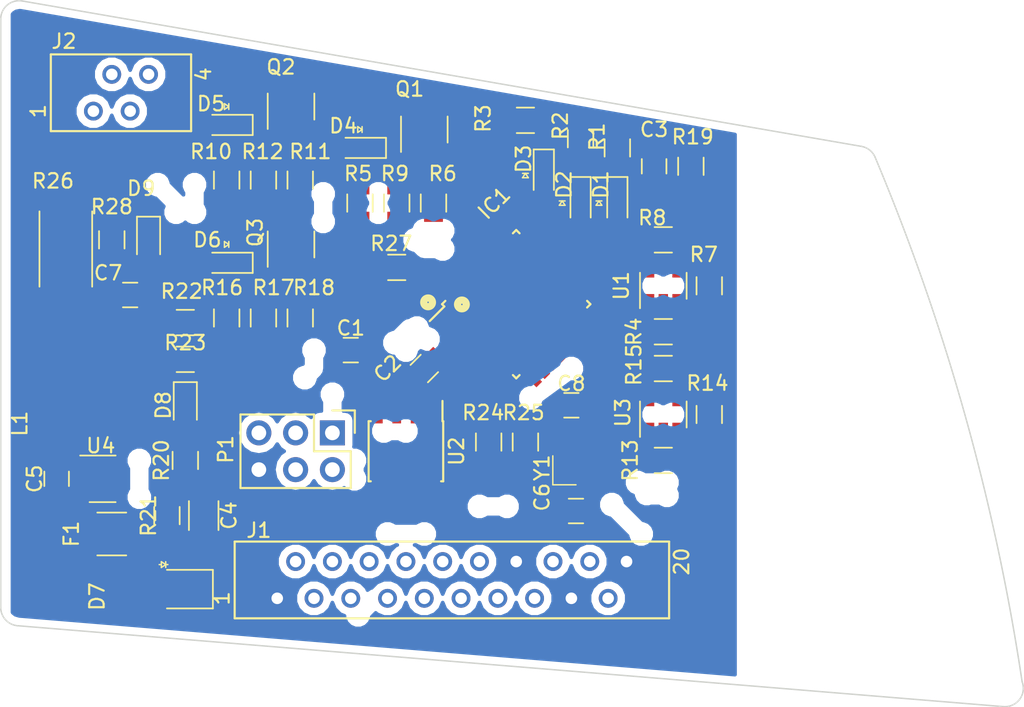
<source format=kicad_pcb>
(kicad_pcb (version 4) (host pcbnew 4.0.7-e2-6376~58~ubuntu16.04.1)

  (general
    (links 134)
    (no_connects 130)
    (area 17.142561 46.932192 167.159772 116.53272)
    (thickness 1.6)
    (drawings 8)
    (tracks 0)
    (zones 0)
    (modules 59)
    (nets 60)
  )

  (page A4)
  (layers
    (0 F.Cu signal)
    (31 B.Cu signal)
    (32 B.Adhes user)
    (33 F.Adhes user)
    (34 B.Paste user)
    (35 F.Paste user)
    (36 B.SilkS user)
    (37 F.SilkS user)
    (38 B.Mask user)
    (39 F.Mask user)
    (40 Dwgs.User user)
    (41 Cmts.User user)
    (42 Eco1.User user)
    (43 Eco2.User user)
    (44 Edge.Cuts user)
    (45 Margin user)
    (46 B.CrtYd user)
    (47 F.CrtYd user)
    (48 B.Fab user)
    (49 F.Fab user)
  )

  (setup
    (last_trace_width 0.254)
    (user_trace_width 0.762)
    (trace_clearance 0.1524)
    (zone_clearance 0.508)
    (zone_45_only no)
    (trace_min 0.254)
    (segment_width 0.2)
    (edge_width 0.15)
    (via_size 0.6096)
    (via_drill 0.3048)
    (via_min_size 0.3048)
    (via_min_drill 0.3048)
    (uvia_size 0.3)
    (uvia_drill 0.1)
    (uvias_allowed no)
    (uvia_min_size 0)
    (uvia_min_drill 0)
    (pcb_text_width 0.3)
    (pcb_text_size 1.5 1.5)
    (mod_edge_width 0.15)
    (mod_text_size 1 1)
    (mod_text_width 0.15)
    (pad_size 1.524 1.524)
    (pad_drill 0.762)
    (pad_to_mask_clearance 0.2)
    (aux_axis_origin 0 0)
    (visible_elements FFFEE77F)
    (pcbplotparams
      (layerselection 0x00020_00000000)
      (usegerberextensions true)
      (excludeedgelayer true)
      (linewidth 0.100000)
      (plotframeref false)
      (viasonmask false)
      (mode 1)
      (useauxorigin false)
      (hpglpennumber 1)
      (hpglpenspeed 20)
      (hpglpendiameter 15)
      (hpglpenoverlay 2)
      (psnegative false)
      (psa4output false)
      (plotreference true)
      (plotvalue true)
      (plotinvisibletext false)
      (padsonsilk false)
      (subtractmaskfromsilk false)
      (outputformat 1)
      (mirror false)
      (drillshape 0)
      (scaleselection 1)
      (outputdirectory /home/corey/throttle-steering/))
  )

  (net 0 "")
  (net 1 VCC)
  (net 2 GND)
  (net 3 "Net-(C3-Pad1)")
  (net 4 "Net-(C4-Pad1)")
  (net 5 "Net-(C5-Pad1)")
  (net 6 "Net-(C5-Pad2)")
  (net 7 "Net-(C6-Pad1)")
  (net 8 "Net-(C7-Pad1)")
  (net 9 "Net-(C8-Pad1)")
  (net 10 /PLED1)
  (net 11 "Net-(D1-Pad1)")
  (net 12 /PLED2)
  (net 13 "Net-(D2-Pad1)")
  (net 14 /PLED3)
  (net 15 "Net-(D3-Pad1)")
  (net 16 "Net-(D4-Pad2)")
  (net 17 "Net-(D5-Pad2)")
  (net 18 "Net-(D6-Pad2)")
  (net 19 +12V)
  (net 20 "Net-(D8-Pad2)")
  (net 21 "Net-(D9-Pad2)")
  (net 22 /MISO)
  (net 23 /MOSI)
  (net 24 "Net-(IC1-Pad3)")
  (net 25 /TXCAN)
  (net 26 /RXCAN)
  (net 27 "Net-(IC1-Pad8)")
  (net 28 "Net-(IC1-Pad9)")
  (net 29 /SCK)
  (net 30 /Steering_Sense)
  (net 31 "Net-(IC1-Pad14)")
  (net 32 "Net-(IC1-Pad15)")
  (net 33 "Net-(IC1-Pad16)")
  (net 34 /Throttle1OutL)
  (net 35 /Throttle2OutR)
  (net 36 "Net-(IC1-Pad21)")
  (net 37 "Net-(IC1-Pad25)")
  (net 38 /SS_IS_Out)
  (net 39 /SS_EStop_Out)
  (net 40 /SS_BOTS_Out)
  (net 41 "Net-(IC1-Pad29)")
  (net 42 "Net-(IC1-Pad30)")
  (net 43 /RESET)
  (net 44 "Net-(IC1-Pad32)")
  (net 45 /CANH)
  (net 46 /CANL)
  (net 47 /LED1)
  (net 48 /LED2)
  (net 49 /Throttle_Left_Sense)
  (net 50 /SS_Inertia_Switch)
  (net 51 /SS_BOTS)
  (net 52 /SS_Cockpit_EStop)
  (net 53 "Net-(J2-Pad4)")
  (net 54 /Throttle_Right_Sense)
  (net 55 "Net-(R7-Pad2)")
  (net 56 "Net-(R14-Pad2)")
  (net 57 "Net-(R21-Pad2)")
  (net 58 "Net-(R22-Pad1)")
  (net 59 "Net-(U2-Pad5)")

  (net_class Default "This is the default net class."
    (clearance 0.1524)
    (trace_width 0.254)
    (via_dia 0.6096)
    (via_drill 0.3048)
    (uvia_dia 0.3)
    (uvia_drill 0.1)
    (add_net /CANH)
    (add_net /CANL)
    (add_net /LED1)
    (add_net /LED2)
    (add_net /MISO)
    (add_net /MOSI)
    (add_net /PLED1)
    (add_net /PLED2)
    (add_net /PLED3)
    (add_net /RESET)
    (add_net /RXCAN)
    (add_net /SCK)
    (add_net /SS_BOTS)
    (add_net /SS_BOTS_Out)
    (add_net /SS_Cockpit_EStop)
    (add_net /SS_EStop_Out)
    (add_net /SS_IS_Out)
    (add_net /SS_Inertia_Switch)
    (add_net /Steering_Sense)
    (add_net /TXCAN)
    (add_net /Throttle1OutL)
    (add_net /Throttle2OutR)
    (add_net /Throttle_Left_Sense)
    (add_net /Throttle_Right_Sense)
    (add_net GND)
    (add_net "Net-(C3-Pad1)")
    (add_net "Net-(C4-Pad1)")
    (add_net "Net-(C5-Pad1)")
    (add_net "Net-(C5-Pad2)")
    (add_net "Net-(C6-Pad1)")
    (add_net "Net-(C7-Pad1)")
    (add_net "Net-(C8-Pad1)")
    (add_net "Net-(D1-Pad1)")
    (add_net "Net-(D2-Pad1)")
    (add_net "Net-(D3-Pad1)")
    (add_net "Net-(D4-Pad2)")
    (add_net "Net-(D5-Pad2)")
    (add_net "Net-(D6-Pad2)")
    (add_net "Net-(D8-Pad2)")
    (add_net "Net-(D9-Pad2)")
    (add_net "Net-(IC1-Pad14)")
    (add_net "Net-(IC1-Pad15)")
    (add_net "Net-(IC1-Pad16)")
    (add_net "Net-(IC1-Pad21)")
    (add_net "Net-(IC1-Pad25)")
    (add_net "Net-(IC1-Pad29)")
    (add_net "Net-(IC1-Pad3)")
    (add_net "Net-(IC1-Pad30)")
    (add_net "Net-(IC1-Pad32)")
    (add_net "Net-(IC1-Pad8)")
    (add_net "Net-(IC1-Pad9)")
    (add_net "Net-(J2-Pad4)")
    (add_net "Net-(R14-Pad2)")
    (add_net "Net-(R21-Pad2)")
    (add_net "Net-(R22-Pad1)")
    (add_net "Net-(R7-Pad2)")
    (add_net "Net-(U2-Pad5)")
    (add_net VCC)
  )

  (net_class 12V ""
    (clearance 0.1524)
    (trace_width 0.762)
    (via_dia 0.6096)
    (via_drill 0.3048)
    (uvia_dia 0.3)
    (uvia_drill 0.1)
    (add_net +12V)
  )

  (module footprints:Pin_Header_Straight_2x03 (layer F.Cu) (tedit 5A0EEF6E) (tstamp 59F7E745)
    (at 119.38 76.835 270)
    (descr "Through hole pin header")
    (tags "pin header")
    (path /59E10F9E)
    (fp_text reference P1 (at 1.143 7.366 270) (layer F.SilkS)
      (effects (font (size 1 1) (thickness 0.15)))
    )
    (fp_text value CONN_02X03 (at 1.27 7.874 270) (layer F.Fab) hide
      (effects (font (size 1 1) (thickness 0.15)))
    )
    (fp_line (start -1.27 1.27) (end -1.27 6.35) (layer F.SilkS) (width 0.15))
    (fp_line (start -1.55 -1.55) (end 0 -1.55) (layer F.SilkS) (width 0.15))
    (fp_line (start -1.75 -1.75) (end -1.75 6.85) (layer F.CrtYd) (width 0.05))
    (fp_line (start 4.3 -1.75) (end 4.3 6.85) (layer F.CrtYd) (width 0.05))
    (fp_line (start -1.75 -1.75) (end 4.3 -1.75) (layer F.CrtYd) (width 0.05))
    (fp_line (start -1.75 6.85) (end 4.3 6.85) (layer F.CrtYd) (width 0.05))
    (fp_line (start 1.27 -1.27) (end 1.27 1.27) (layer F.SilkS) (width 0.15))
    (fp_line (start 1.27 1.27) (end -1.27 1.27) (layer F.SilkS) (width 0.15))
    (fp_line (start -1.27 6.35) (end 3.81 6.35) (layer F.SilkS) (width 0.15))
    (fp_line (start 3.81 6.35) (end 3.81 1.27) (layer F.SilkS) (width 0.15))
    (fp_line (start -1.55 -1.55) (end -1.55 0) (layer F.SilkS) (width 0.15))
    (fp_line (start 3.81 -1.27) (end 1.27 -1.27) (layer F.SilkS) (width 0.15))
    (fp_line (start 3.81 1.27) (end 3.81 -1.27) (layer F.SilkS) (width 0.15))
    (pad 1 thru_hole rect (at 0 0 270) (size 1.7272 1.7272) (drill 1.016) (layers *.Cu *.Mask)
      (net 22 /MISO))
    (pad 2 thru_hole oval (at 2.54 0 270) (size 1.7272 1.7272) (drill 1.016) (layers *.Cu *.Mask)
      (net 1 VCC))
    (pad 3 thru_hole oval (at 0 2.54 270) (size 1.7272 1.7272) (drill 1.016) (layers *.Cu *.Mask)
      (net 29 /SCK))
    (pad 4 thru_hole oval (at 2.54 2.54 270) (size 1.7272 1.7272) (drill 1.016) (layers *.Cu *.Mask)
      (net 23 /MOSI))
    (pad 5 thru_hole oval (at 0 5.08 270) (size 1.7272 1.7272) (drill 1.016) (layers *.Cu *.Mask)
      (net 43 /RESET))
    (pad 6 thru_hole oval (at 2.54 5.08 270) (size 1.7272 1.7272) (drill 1.016) (layers *.Cu *.Mask)
      (net 2 GND))
    (model Pin_Headers.3dshapes/Pin_Header_Straight_2x03.wrl
      (at (xyz 0.05 -0.1 0))
      (scale (xyz 1 1 1))
      (rotate (xyz 0 0 90))
    )
  )

  (module footprints:C_1206_OEM (layer F.Cu) (tedit 59F253AA) (tstamp 59F7E69D)
    (at 110.49 82.55 270)
    (descr "Capacitor SMD 1206, reflow soldering, AVX (see smccp.pdf)")
    (tags "capacitor 1206")
    (path /59E04907)
    (attr smd)
    (fp_text reference C4 (at 0 -1.75 270) (layer F.SilkS)
      (effects (font (size 1 1) (thickness 0.15)))
    )
    (fp_text value C_22uF (at 0 2 270) (layer F.Fab) hide
      (effects (font (size 1 1) (thickness 0.15)))
    )
    (fp_line (start -1.6 0.8) (end -1.6 -0.8) (layer F.Fab) (width 0.1))
    (fp_line (start 1.6 0.8) (end -1.6 0.8) (layer F.Fab) (width 0.1))
    (fp_line (start 1.6 -0.8) (end 1.6 0.8) (layer F.Fab) (width 0.1))
    (fp_line (start -1.6 -0.8) (end 1.6 -0.8) (layer F.Fab) (width 0.1))
    (fp_line (start 1 -1.02) (end -1 -1.02) (layer F.SilkS) (width 0.12))
    (fp_line (start -1 1.02) (end 1 1.02) (layer F.SilkS) (width 0.12))
    (fp_line (start -2.25 -1.05) (end 2.25 -1.05) (layer F.CrtYd) (width 0.05))
    (fp_line (start -2.25 -1.05) (end -2.25 1.05) (layer F.CrtYd) (width 0.05))
    (fp_line (start 2.25 1.05) (end 2.25 -1.05) (layer F.CrtYd) (width 0.05))
    (fp_line (start 2.25 1.05) (end -2.25 1.05) (layer F.CrtYd) (width 0.05))
    (pad 1 smd rect (at -1.5 0 270) (size 1 1.6) (layers F.Cu F.Paste F.Mask)
      (net 4 "Net-(C4-Pad1)"))
    (pad 2 smd rect (at 1.5 0 270) (size 1 1.6) (layers F.Cu F.Paste F.Mask)
      (net 2 GND))
    (model Capacitors_SMD.3dshapes/C_1206.wrl
      (at (xyz 0 0 0))
      (scale (xyz 1 1 1))
      (rotate (xyz 0 0 0))
    )
  )

  (module footprints:DO-214AA (layer F.Cu) (tedit 5A0EEF4B) (tstamp 59F7E6DF)
    (at 107.95 87.63 180)
    (descr "http://www.diodes.com/datasheets/ap02001.pdf p.144")
    (tags "Diode SOD523")
    (path /59F29D9C)
    (attr smd)
    (fp_text reference D7 (at 4.826 -0.508 270) (layer F.SilkS)
      (effects (font (size 1 1) (thickness 0.15)))
    )
    (fp_text value D_Zener_18V (at 0 2.286 180) (layer F.Fab) hide
      (effects (font (size 1 1) (thickness 0.15)))
    )
    (fp_line (start -3.175 -1.3335) (end -3.175 1.3335) (layer F.SilkS) (width 0.12))
    (fp_line (start 3.302 -1.4605) (end 3.302 1.4605) (layer F.CrtYd) (width 0.05))
    (fp_line (start -3.302 -1.4605) (end 3.302 -1.4605) (layer F.CrtYd) (width 0.05))
    (fp_line (start -3.302 -1.4605) (end -3.302 1.4605) (layer F.CrtYd) (width 0.05))
    (fp_line (start -3.302 1.4605) (end 3.302 1.4605) (layer F.CrtYd) (width 0.05))
    (fp_line (start 0.384 1.696) (end 0.534 1.696) (layer F.SilkS) (width 0.1))
    (fp_line (start 0.384 1.496) (end 0.084 1.696) (layer F.SilkS) (width 0.1))
    (fp_line (start 0.384 1.896) (end 0.384 1.496) (layer F.SilkS) (width 0.1))
    (fp_line (start 0.084 1.696) (end 0.384 1.896) (layer F.SilkS) (width 0.1))
    (fp_line (start 0.084 1.696) (end -0.066 1.696) (layer F.SilkS) (width 0.1))
    (fp_line (start 0.084 1.896) (end 0.084 1.496) (layer F.SilkS) (width 0.1))
    (fp_line (start 2.3749 -1.9685) (end 2.3749 1.9685) (layer F.Fab) (width 0.1))
    (fp_line (start -2.3749 -1.9685) (end 2.3749 -1.9685) (layer F.Fab) (width 0.1))
    (fp_line (start -2.3749 -1.9685) (end -2.3749 1.9685) (layer F.Fab) (width 0.1))
    (fp_line (start 2.3749 1.9685) (end -2.3749 1.9685) (layer F.Fab) (width 0.1))
    (fp_line (start -3.175 1.3335) (end 0 1.3335) (layer F.SilkS) (width 0.12))
    (fp_line (start -3.175 -1.3335) (end 0 -1.3335) (layer F.SilkS) (width 0.12))
    (pad 2 smd rect (at 2.032 0) (size 1.778 2.159) (layers F.Cu F.Paste F.Mask)
      (net 2 GND))
    (pad 1 smd rect (at -2.032 0) (size 1.778 2.159) (layers F.Cu F.Paste F.Mask)
      (net 19 +12V))
    (model ${KISYS3DMOD}/Diodes_SMD.3dshapes/D_SOD-523.wrl
      (at (xyz 0 0 0))
      (scale (xyz 1 1 1))
      (rotate (xyz 0 0 0))
    )
  )

  (module footprints:LED_0805_OEM (layer F.Cu) (tedit 5A0EEDB4) (tstamp 59F7E6BB)
    (at 139.065 60.96 270)
    (descr "LED 0805 smd package")
    (tags "LED led 0805 SMD smd SMT smt smdled SMDLED smtled SMTLED")
    (path /59E8D627)
    (attr smd)
    (fp_text reference D1 (at -1.27 1.143 270) (layer F.SilkS)
      (effects (font (size 1 1) (thickness 0.15)))
    )
    (fp_text value LED_0805 (at 0.508 2.032 270) (layer F.Fab) hide
      (effects (font (size 1 1) (thickness 0.15)))
    )
    (fp_line (start -1.8 -0.7) (end -1.8 0.7) (layer F.SilkS) (width 0.12))
    (fp_line (start -0.146 1.07) (end -0.146 1.47) (layer F.SilkS) (width 0.1))
    (fp_line (start -0.146 1.27) (end 0.154 1.07) (layer F.SilkS) (width 0.1))
    (fp_line (start 0.154 1.47) (end -0.146 1.27) (layer F.SilkS) (width 0.1))
    (fp_line (start 0.154 1.07) (end 0.154 1.47) (layer F.SilkS) (width 0.1))
    (fp_line (start 1 0.6) (end -1 0.6) (layer F.Fab) (width 0.1))
    (fp_line (start 1 -0.6) (end 1 0.6) (layer F.Fab) (width 0.1))
    (fp_line (start -1 -0.6) (end 1 -0.6) (layer F.Fab) (width 0.1))
    (fp_line (start -1 0.6) (end -1 -0.6) (layer F.Fab) (width 0.1))
    (fp_line (start -1.8 0.7) (end 1 0.7) (layer F.SilkS) (width 0.12))
    (fp_line (start -1.8 -0.7) (end 1 -0.7) (layer F.SilkS) (width 0.12))
    (fp_line (start 1.95 -0.85) (end 1.95 0.85) (layer F.CrtYd) (width 0.05))
    (fp_line (start 1.95 0.85) (end -1.95 0.85) (layer F.CrtYd) (width 0.05))
    (fp_line (start -1.95 0.85) (end -1.95 -0.85) (layer F.CrtYd) (width 0.05))
    (fp_line (start -1.95 -0.85) (end 1.95 -0.85) (layer F.CrtYd) (width 0.05))
    (pad 2 smd rect (at 1.1 0 90) (size 1.2 1.2) (layers F.Cu F.Paste F.Mask)
      (net 10 /PLED1))
    (pad 1 smd rect (at -1.1 0 90) (size 1.2 1.2) (layers F.Cu F.Paste F.Mask)
      (net 11 "Net-(D1-Pad1)"))
    (model ${KISYS3DMOD}/LEDs.3dshapes/LED_0805.wrl
      (at (xyz 0 0 0))
      (scale (xyz 1 1 1))
      (rotate (xyz 0 0 180))
    )
  )

  (module footprints:LED_0805_OEM (layer F.Cu) (tedit 5A0EEDAE) (tstamp 59F7E6C1)
    (at 136.525 60.96 270)
    (descr "LED 0805 smd package")
    (tags "LED led 0805 SMD smd SMT smt smdled SMDLED smtled SMTLED")
    (path /59E8D8C7)
    (attr smd)
    (fp_text reference D2 (at -1.27 1.143 270) (layer F.SilkS)
      (effects (font (size 1 1) (thickness 0.15)))
    )
    (fp_text value LED_0805 (at 0.508 2.032 270) (layer F.Fab) hide
      (effects (font (size 1 1) (thickness 0.15)))
    )
    (fp_line (start -1.8 -0.7) (end -1.8 0.7) (layer F.SilkS) (width 0.12))
    (fp_line (start -0.146 1.07) (end -0.146 1.47) (layer F.SilkS) (width 0.1))
    (fp_line (start -0.146 1.27) (end 0.154 1.07) (layer F.SilkS) (width 0.1))
    (fp_line (start 0.154 1.47) (end -0.146 1.27) (layer F.SilkS) (width 0.1))
    (fp_line (start 0.154 1.07) (end 0.154 1.47) (layer F.SilkS) (width 0.1))
    (fp_line (start 1 0.6) (end -1 0.6) (layer F.Fab) (width 0.1))
    (fp_line (start 1 -0.6) (end 1 0.6) (layer F.Fab) (width 0.1))
    (fp_line (start -1 -0.6) (end 1 -0.6) (layer F.Fab) (width 0.1))
    (fp_line (start -1 0.6) (end -1 -0.6) (layer F.Fab) (width 0.1))
    (fp_line (start -1.8 0.7) (end 1 0.7) (layer F.SilkS) (width 0.12))
    (fp_line (start -1.8 -0.7) (end 1 -0.7) (layer F.SilkS) (width 0.12))
    (fp_line (start 1.95 -0.85) (end 1.95 0.85) (layer F.CrtYd) (width 0.05))
    (fp_line (start 1.95 0.85) (end -1.95 0.85) (layer F.CrtYd) (width 0.05))
    (fp_line (start -1.95 0.85) (end -1.95 -0.85) (layer F.CrtYd) (width 0.05))
    (fp_line (start -1.95 -0.85) (end 1.95 -0.85) (layer F.CrtYd) (width 0.05))
    (pad 2 smd rect (at 1.1 0 90) (size 1.2 1.2) (layers F.Cu F.Paste F.Mask)
      (net 12 /PLED2))
    (pad 1 smd rect (at -1.1 0 90) (size 1.2 1.2) (layers F.Cu F.Paste F.Mask)
      (net 13 "Net-(D2-Pad1)"))
    (model ${KISYS3DMOD}/LEDs.3dshapes/LED_0805.wrl
      (at (xyz 0 0 0))
      (scale (xyz 1 1 1))
      (rotate (xyz 0 0 180))
    )
  )

  (module footprints:LED_0805_OEM (layer F.Cu) (tedit 5A0EEDA9) (tstamp 59F7E6C7)
    (at 133.985 59.055 270)
    (descr "LED 0805 smd package")
    (tags "LED led 0805 SMD smd SMT smt smdled SMDLED smtled SMTLED")
    (path /59E8D6FE)
    (attr smd)
    (fp_text reference D3 (at -1.143 1.397 270) (layer F.SilkS)
      (effects (font (size 1 1) (thickness 0.15)))
    )
    (fp_text value LED_0805 (at 0.508 2.032 270) (layer F.Fab) hide
      (effects (font (size 1 1) (thickness 0.15)))
    )
    (fp_line (start -1.8 -0.7) (end -1.8 0.7) (layer F.SilkS) (width 0.12))
    (fp_line (start -0.146 1.07) (end -0.146 1.47) (layer F.SilkS) (width 0.1))
    (fp_line (start -0.146 1.27) (end 0.154 1.07) (layer F.SilkS) (width 0.1))
    (fp_line (start 0.154 1.47) (end -0.146 1.27) (layer F.SilkS) (width 0.1))
    (fp_line (start 0.154 1.07) (end 0.154 1.47) (layer F.SilkS) (width 0.1))
    (fp_line (start 1 0.6) (end -1 0.6) (layer F.Fab) (width 0.1))
    (fp_line (start 1 -0.6) (end 1 0.6) (layer F.Fab) (width 0.1))
    (fp_line (start -1 -0.6) (end 1 -0.6) (layer F.Fab) (width 0.1))
    (fp_line (start -1 0.6) (end -1 -0.6) (layer F.Fab) (width 0.1))
    (fp_line (start -1.8 0.7) (end 1 0.7) (layer F.SilkS) (width 0.12))
    (fp_line (start -1.8 -0.7) (end 1 -0.7) (layer F.SilkS) (width 0.12))
    (fp_line (start 1.95 -0.85) (end 1.95 0.85) (layer F.CrtYd) (width 0.05))
    (fp_line (start 1.95 0.85) (end -1.95 0.85) (layer F.CrtYd) (width 0.05))
    (fp_line (start -1.95 0.85) (end -1.95 -0.85) (layer F.CrtYd) (width 0.05))
    (fp_line (start -1.95 -0.85) (end 1.95 -0.85) (layer F.CrtYd) (width 0.05))
    (pad 2 smd rect (at 1.1 0 90) (size 1.2 1.2) (layers F.Cu F.Paste F.Mask)
      (net 14 /PLED3))
    (pad 1 smd rect (at -1.1 0 90) (size 1.2 1.2) (layers F.Cu F.Paste F.Mask)
      (net 15 "Net-(D3-Pad1)"))
    (model ${KISYS3DMOD}/LEDs.3dshapes/LED_0805.wrl
      (at (xyz 0 0 0))
      (scale (xyz 1 1 1))
      (rotate (xyz 0 0 180))
    )
  )

  (module footprints:R_0805_OEM (layer F.Cu) (tedit 5A0EED91) (tstamp 59F7E766)
    (at 139.065 57.15 90)
    (descr "Resistor SMD 0805, reflow soldering, Vishay (see dcrcw.pdf)")
    (tags "resistor 0805")
    (path /59E8D631)
    (attr smd)
    (fp_text reference R1 (at 0.762 -1.397 90) (layer F.SilkS)
      (effects (font (size 1 1) (thickness 0.15)))
    )
    (fp_text value R_200 (at 0 1.75 90) (layer F.Fab) hide
      (effects (font (size 1 1) (thickness 0.15)))
    )
    (fp_line (start -1 0.62) (end -1 -0.62) (layer F.Fab) (width 0.1))
    (fp_line (start 1 0.62) (end -1 0.62) (layer F.Fab) (width 0.1))
    (fp_line (start 1 -0.62) (end 1 0.62) (layer F.Fab) (width 0.1))
    (fp_line (start -1 -0.62) (end 1 -0.62) (layer F.Fab) (width 0.1))
    (fp_line (start 0.6 0.88) (end -0.6 0.88) (layer F.SilkS) (width 0.12))
    (fp_line (start -0.6 -0.88) (end 0.6 -0.88) (layer F.SilkS) (width 0.12))
    (fp_line (start -1.55 -0.9) (end 1.55 -0.9) (layer F.CrtYd) (width 0.05))
    (fp_line (start -1.55 -0.9) (end -1.55 0.9) (layer F.CrtYd) (width 0.05))
    (fp_line (start 1.55 0.9) (end 1.55 -0.9) (layer F.CrtYd) (width 0.05))
    (fp_line (start 1.55 0.9) (end -1.55 0.9) (layer F.CrtYd) (width 0.05))
    (pad 1 smd rect (at -0.95 0 90) (size 0.7 1.3) (layers F.Cu F.Paste F.Mask)
      (net 11 "Net-(D1-Pad1)"))
    (pad 2 smd rect (at 0.95 0 90) (size 0.7 1.3) (layers F.Cu F.Paste F.Mask)
      (net 2 GND))
    (model ${KISYS3DMOD}/Resistors_SMD.3dshapes/R_0805.wrl
      (at (xyz 0 0 0))
      (scale (xyz 1 1 1))
      (rotate (xyz 0 0 0))
    )
  )

  (module footprints:R_0805_OEM (layer F.Cu) (tedit 5A0EED8A) (tstamp 59F7E76C)
    (at 136.525 56.515 90)
    (descr "Resistor SMD 0805, reflow soldering, Vishay (see dcrcw.pdf)")
    (tags "resistor 0805")
    (path /59E8D8D1)
    (attr smd)
    (fp_text reference R2 (at 0.889 -1.397 90) (layer F.SilkS)
      (effects (font (size 1 1) (thickness 0.15)))
    )
    (fp_text value R_200 (at 0 1.75 90) (layer F.Fab) hide
      (effects (font (size 1 1) (thickness 0.15)))
    )
    (fp_line (start -1 0.62) (end -1 -0.62) (layer F.Fab) (width 0.1))
    (fp_line (start 1 0.62) (end -1 0.62) (layer F.Fab) (width 0.1))
    (fp_line (start 1 -0.62) (end 1 0.62) (layer F.Fab) (width 0.1))
    (fp_line (start -1 -0.62) (end 1 -0.62) (layer F.Fab) (width 0.1))
    (fp_line (start 0.6 0.88) (end -0.6 0.88) (layer F.SilkS) (width 0.12))
    (fp_line (start -0.6 -0.88) (end 0.6 -0.88) (layer F.SilkS) (width 0.12))
    (fp_line (start -1.55 -0.9) (end 1.55 -0.9) (layer F.CrtYd) (width 0.05))
    (fp_line (start -1.55 -0.9) (end -1.55 0.9) (layer F.CrtYd) (width 0.05))
    (fp_line (start 1.55 0.9) (end 1.55 -0.9) (layer F.CrtYd) (width 0.05))
    (fp_line (start 1.55 0.9) (end -1.55 0.9) (layer F.CrtYd) (width 0.05))
    (pad 1 smd rect (at -0.95 0 90) (size 0.7 1.3) (layers F.Cu F.Paste F.Mask)
      (net 13 "Net-(D2-Pad1)"))
    (pad 2 smd rect (at 0.95 0 90) (size 0.7 1.3) (layers F.Cu F.Paste F.Mask)
      (net 2 GND))
    (model ${KISYS3DMOD}/Resistors_SMD.3dshapes/R_0805.wrl
      (at (xyz 0 0 0))
      (scale (xyz 1 1 1))
      (rotate (xyz 0 0 0))
    )
  )

  (module footprints:R_0805_OEM (layer F.Cu) (tedit 5A0EEDFA) (tstamp 59F7E772)
    (at 132.715 55.245 180)
    (descr "Resistor SMD 0805, reflow soldering, Vishay (see dcrcw.pdf)")
    (tags "resistor 0805")
    (path /59E8D708)
    (attr smd)
    (fp_text reference R3 (at 2.921 0.127 270) (layer F.SilkS)
      (effects (font (size 1 1) (thickness 0.15)))
    )
    (fp_text value R_200 (at 0 1.75 180) (layer F.Fab) hide
      (effects (font (size 1 1) (thickness 0.15)))
    )
    (fp_line (start -1 0.62) (end -1 -0.62) (layer F.Fab) (width 0.1))
    (fp_line (start 1 0.62) (end -1 0.62) (layer F.Fab) (width 0.1))
    (fp_line (start 1 -0.62) (end 1 0.62) (layer F.Fab) (width 0.1))
    (fp_line (start -1 -0.62) (end 1 -0.62) (layer F.Fab) (width 0.1))
    (fp_line (start 0.6 0.88) (end -0.6 0.88) (layer F.SilkS) (width 0.12))
    (fp_line (start -0.6 -0.88) (end 0.6 -0.88) (layer F.SilkS) (width 0.12))
    (fp_line (start -1.55 -0.9) (end 1.55 -0.9) (layer F.CrtYd) (width 0.05))
    (fp_line (start -1.55 -0.9) (end -1.55 0.9) (layer F.CrtYd) (width 0.05))
    (fp_line (start 1.55 0.9) (end 1.55 -0.9) (layer F.CrtYd) (width 0.05))
    (fp_line (start 1.55 0.9) (end -1.55 0.9) (layer F.CrtYd) (width 0.05))
    (pad 1 smd rect (at -0.95 0 180) (size 0.7 1.3) (layers F.Cu F.Paste F.Mask)
      (net 15 "Net-(D3-Pad1)"))
    (pad 2 smd rect (at 0.95 0 180) (size 0.7 1.3) (layers F.Cu F.Paste F.Mask)
      (net 2 GND))
    (model ${KISYS3DMOD}/Resistors_SMD.3dshapes/R_0805.wrl
      (at (xyz 0 0 0))
      (scale (xyz 1 1 1))
      (rotate (xyz 0 0 0))
    )
  )

  (module footprints:C_0805_OEM (layer F.Cu) (tedit 5A0EEF7C) (tstamp 59F7E68B)
    (at 120.65 71.12 180)
    (descr "Capacitor SMD 0805, reflow soldering, AVX (see smccp.pdf)")
    (tags "capacitor 0805")
    (path /59E068FA)
    (attr smd)
    (fp_text reference C1 (at 0 1.524 180) (layer F.SilkS)
      (effects (font (size 1 1) (thickness 0.15)))
    )
    (fp_text value C_0.1uF (at 0 1.75 180) (layer F.Fab) hide
      (effects (font (size 1 1) (thickness 0.15)))
    )
    (fp_line (start -1 0.62) (end -1 -0.62) (layer F.Fab) (width 0.1))
    (fp_line (start 1 0.62) (end -1 0.62) (layer F.Fab) (width 0.1))
    (fp_line (start 1 -0.62) (end 1 0.62) (layer F.Fab) (width 0.1))
    (fp_line (start -1 -0.62) (end 1 -0.62) (layer F.Fab) (width 0.1))
    (fp_line (start 0.5 -0.85) (end -0.5 -0.85) (layer F.SilkS) (width 0.12))
    (fp_line (start -0.5 0.85) (end 0.5 0.85) (layer F.SilkS) (width 0.12))
    (fp_line (start -1.75 -0.88) (end 1.75 -0.88) (layer F.CrtYd) (width 0.05))
    (fp_line (start -1.75 -0.88) (end -1.75 0.87) (layer F.CrtYd) (width 0.05))
    (fp_line (start 1.75 0.87) (end 1.75 -0.88) (layer F.CrtYd) (width 0.05))
    (fp_line (start 1.75 0.87) (end -1.75 0.87) (layer F.CrtYd) (width 0.05))
    (pad 1 smd rect (at -1 0 180) (size 1 1.25) (layers F.Cu F.Paste F.Mask)
      (net 1 VCC))
    (pad 2 smd rect (at 1 0 180) (size 1 1.25) (layers F.Cu F.Paste F.Mask)
      (net 2 GND))
    (model Capacitors_SMD.3dshapes/C_0805.wrl
      (at (xyz 0 0 0))
      (scale (xyz 1 1 1))
      (rotate (xyz 0 0 0))
    )
  )

  (module footprints:C_0805_OEM (layer F.Cu) (tedit 5A150C83) (tstamp 59F7E691)
    (at 125.73 72.39 225)
    (descr "Capacitor SMD 0805, reflow soldering, AVX (see smccp.pdf)")
    (tags "capacitor 0805")
    (path /59E06957)
    (attr smd)
    (fp_text reference C2 (at 1.796051 1.796051 225) (layer F.SilkS)
      (effects (font (size 1 1) (thickness 0.15)))
    )
    (fp_text value C_0.1uF (at 0 1.75 225) (layer F.Fab) hide
      (effects (font (size 1 1) (thickness 0.15)))
    )
    (fp_line (start -1 0.62) (end -1 -0.62) (layer F.Fab) (width 0.1))
    (fp_line (start 1 0.62) (end -1 0.62) (layer F.Fab) (width 0.1))
    (fp_line (start 1 -0.62) (end 1 0.62) (layer F.Fab) (width 0.1))
    (fp_line (start -1 -0.62) (end 1 -0.62) (layer F.Fab) (width 0.1))
    (fp_line (start 0.5 -0.85) (end -0.5 -0.85) (layer F.SilkS) (width 0.12))
    (fp_line (start -0.5 0.85) (end 0.5 0.85) (layer F.SilkS) (width 0.12))
    (fp_line (start -1.75 -0.88) (end 1.75 -0.88) (layer F.CrtYd) (width 0.05))
    (fp_line (start -1.75 -0.88) (end -1.75 0.87) (layer F.CrtYd) (width 0.05))
    (fp_line (start 1.75 0.87) (end 1.75 -0.88) (layer F.CrtYd) (width 0.05))
    (fp_line (start 1.75 0.87) (end -1.75 0.87) (layer F.CrtYd) (width 0.05))
    (pad 1 smd rect (at -1 0 225) (size 1 1.25) (layers F.Cu F.Paste F.Mask)
      (net 1 VCC))
    (pad 2 smd rect (at 1 0 225) (size 1 1.25) (layers F.Cu F.Paste F.Mask)
      (net 2 GND))
    (model Capacitors_SMD.3dshapes/C_0805.wrl
      (at (xyz 0 0 0))
      (scale (xyz 1 1 1))
      (rotate (xyz 0 0 0))
    )
  )

  (module footprints:C_0805_OEM (layer F.Cu) (tedit 5A0CBF8D) (tstamp 59F7E697)
    (at 141.605 58.42 90)
    (descr "Capacitor SMD 0805, reflow soldering, AVX (see smccp.pdf)")
    (tags "capacitor 0805")
    (path /59E06E67)
    (attr smd)
    (fp_text reference C3 (at 2.54 0 180) (layer F.SilkS)
      (effects (font (size 1 1) (thickness 0.15)))
    )
    (fp_text value C_100pF (at 0 1.75 90) (layer F.Fab) hide
      (effects (font (size 1 1) (thickness 0.15)))
    )
    (fp_line (start -1 0.62) (end -1 -0.62) (layer F.Fab) (width 0.1))
    (fp_line (start 1 0.62) (end -1 0.62) (layer F.Fab) (width 0.1))
    (fp_line (start 1 -0.62) (end 1 0.62) (layer F.Fab) (width 0.1))
    (fp_line (start -1 -0.62) (end 1 -0.62) (layer F.Fab) (width 0.1))
    (fp_line (start 0.5 -0.85) (end -0.5 -0.85) (layer F.SilkS) (width 0.12))
    (fp_line (start -0.5 0.85) (end 0.5 0.85) (layer F.SilkS) (width 0.12))
    (fp_line (start -1.75 -0.88) (end 1.75 -0.88) (layer F.CrtYd) (width 0.05))
    (fp_line (start -1.75 -0.88) (end -1.75 0.87) (layer F.CrtYd) (width 0.05))
    (fp_line (start 1.75 0.87) (end 1.75 -0.88) (layer F.CrtYd) (width 0.05))
    (fp_line (start 1.75 0.87) (end -1.75 0.87) (layer F.CrtYd) (width 0.05))
    (pad 1 smd rect (at -1 0 90) (size 1 1.25) (layers F.Cu F.Paste F.Mask)
      (net 3 "Net-(C3-Pad1)"))
    (pad 2 smd rect (at 1 0 90) (size 1 1.25) (layers F.Cu F.Paste F.Mask)
      (net 2 GND))
    (model Capacitors_SMD.3dshapes/C_0805.wrl
      (at (xyz 0 0 0))
      (scale (xyz 1 1 1))
      (rotate (xyz 0 0 0))
    )
  )

  (module footprints:C_0805_OEM (layer F.Cu) (tedit 5A0EEF05) (tstamp 59F7E6A3)
    (at 100.33 80.01 270)
    (descr "Capacitor SMD 0805, reflow soldering, AVX (see smccp.pdf)")
    (tags "capacitor 0805")
    (path /59E048C8)
    (attr smd)
    (fp_text reference C5 (at 0 1.524 270) (layer F.SilkS)
      (effects (font (size 1 1) (thickness 0.15)))
    )
    (fp_text value C_0.1uF (at 0 1.75 270) (layer F.Fab) hide
      (effects (font (size 1 1) (thickness 0.15)))
    )
    (fp_line (start -1 0.62) (end -1 -0.62) (layer F.Fab) (width 0.1))
    (fp_line (start 1 0.62) (end -1 0.62) (layer F.Fab) (width 0.1))
    (fp_line (start 1 -0.62) (end 1 0.62) (layer F.Fab) (width 0.1))
    (fp_line (start -1 -0.62) (end 1 -0.62) (layer F.Fab) (width 0.1))
    (fp_line (start 0.5 -0.85) (end -0.5 -0.85) (layer F.SilkS) (width 0.12))
    (fp_line (start -0.5 0.85) (end 0.5 0.85) (layer F.SilkS) (width 0.12))
    (fp_line (start -1.75 -0.88) (end 1.75 -0.88) (layer F.CrtYd) (width 0.05))
    (fp_line (start -1.75 -0.88) (end -1.75 0.87) (layer F.CrtYd) (width 0.05))
    (fp_line (start 1.75 0.87) (end 1.75 -0.88) (layer F.CrtYd) (width 0.05))
    (fp_line (start 1.75 0.87) (end -1.75 0.87) (layer F.CrtYd) (width 0.05))
    (pad 1 smd rect (at -1 0 270) (size 1 1.25) (layers F.Cu F.Paste F.Mask)
      (net 5 "Net-(C5-Pad1)"))
    (pad 2 smd rect (at 1 0 270) (size 1 1.25) (layers F.Cu F.Paste F.Mask)
      (net 6 "Net-(C5-Pad2)"))
    (model Capacitors_SMD.3dshapes/C_0805.wrl
      (at (xyz 0 0 0))
      (scale (xyz 1 1 1))
      (rotate (xyz 0 0 0))
    )
  )

  (module footprints:C_0805_OEM (layer F.Cu) (tedit 5A150867) (tstamp 59F7E6A9)
    (at 136.2075 82.2325 180)
    (descr "Capacitor SMD 0805, reflow soldering, AVX (see smccp.pdf)")
    (tags "capacitor 0805")
    (path /59E06F43)
    (attr smd)
    (fp_text reference C6 (at 2.3495 0.9525 270) (layer F.SilkS)
      (effects (font (size 1 1) (thickness 0.15)))
    )
    (fp_text value C_30pF (at 0 1.75 180) (layer F.Fab) hide
      (effects (font (size 1 1) (thickness 0.15)))
    )
    (fp_line (start -1 0.62) (end -1 -0.62) (layer F.Fab) (width 0.1))
    (fp_line (start 1 0.62) (end -1 0.62) (layer F.Fab) (width 0.1))
    (fp_line (start 1 -0.62) (end 1 0.62) (layer F.Fab) (width 0.1))
    (fp_line (start -1 -0.62) (end 1 -0.62) (layer F.Fab) (width 0.1))
    (fp_line (start 0.5 -0.85) (end -0.5 -0.85) (layer F.SilkS) (width 0.12))
    (fp_line (start -0.5 0.85) (end 0.5 0.85) (layer F.SilkS) (width 0.12))
    (fp_line (start -1.75 -0.88) (end 1.75 -0.88) (layer F.CrtYd) (width 0.05))
    (fp_line (start -1.75 -0.88) (end -1.75 0.87) (layer F.CrtYd) (width 0.05))
    (fp_line (start 1.75 0.87) (end 1.75 -0.88) (layer F.CrtYd) (width 0.05))
    (fp_line (start 1.75 0.87) (end -1.75 0.87) (layer F.CrtYd) (width 0.05))
    (pad 1 smd rect (at -1 0 180) (size 1 1.25) (layers F.Cu F.Paste F.Mask)
      (net 7 "Net-(C6-Pad1)"))
    (pad 2 smd rect (at 1 0 180) (size 1 1.25) (layers F.Cu F.Paste F.Mask)
      (net 2 GND))
    (model Capacitors_SMD.3dshapes/C_0805.wrl
      (at (xyz 0 0 0))
      (scale (xyz 1 1 1))
      (rotate (xyz 0 0 0))
    )
  )

  (module footprints:C_0805_OEM (layer F.Cu) (tedit 5A0EED4D) (tstamp 59F7E6AF)
    (at 105.41 67.31)
    (descr "Capacitor SMD 0805, reflow soldering, AVX (see smccp.pdf)")
    (tags "capacitor 0805")
    (path /59E0494E)
    (attr smd)
    (fp_text reference C7 (at -1.524 -1.524) (layer F.SilkS)
      (effects (font (size 1 1) (thickness 0.15)))
    )
    (fp_text value C_47uF (at 0 1.75) (layer F.Fab) hide
      (effects (font (size 1 1) (thickness 0.15)))
    )
    (fp_line (start -1 0.62) (end -1 -0.62) (layer F.Fab) (width 0.1))
    (fp_line (start 1 0.62) (end -1 0.62) (layer F.Fab) (width 0.1))
    (fp_line (start 1 -0.62) (end 1 0.62) (layer F.Fab) (width 0.1))
    (fp_line (start -1 -0.62) (end 1 -0.62) (layer F.Fab) (width 0.1))
    (fp_line (start 0.5 -0.85) (end -0.5 -0.85) (layer F.SilkS) (width 0.12))
    (fp_line (start -0.5 0.85) (end 0.5 0.85) (layer F.SilkS) (width 0.12))
    (fp_line (start -1.75 -0.88) (end 1.75 -0.88) (layer F.CrtYd) (width 0.05))
    (fp_line (start -1.75 -0.88) (end -1.75 0.87) (layer F.CrtYd) (width 0.05))
    (fp_line (start 1.75 0.87) (end 1.75 -0.88) (layer F.CrtYd) (width 0.05))
    (fp_line (start 1.75 0.87) (end -1.75 0.87) (layer F.CrtYd) (width 0.05))
    (pad 1 smd rect (at -1 0) (size 1 1.25) (layers F.Cu F.Paste F.Mask)
      (net 8 "Net-(C7-Pad1)"))
    (pad 2 smd rect (at 1 0) (size 1 1.25) (layers F.Cu F.Paste F.Mask)
      (net 2 GND))
    (model Capacitors_SMD.3dshapes/C_0805.wrl
      (at (xyz 0 0 0))
      (scale (xyz 1 1 1))
      (rotate (xyz 0 0 0))
    )
  )

  (module footprints:C_0805_OEM (layer F.Cu) (tedit 59F250E7) (tstamp 59F7E6B5)
    (at 135.89 74.93)
    (descr "Capacitor SMD 0805, reflow soldering, AVX (see smccp.pdf)")
    (tags "capacitor 0805")
    (path /59E06ED0)
    (attr smd)
    (fp_text reference C8 (at 0 -1.5) (layer F.SilkS)
      (effects (font (size 1 1) (thickness 0.15)))
    )
    (fp_text value C_30pF (at 0 1.75) (layer F.Fab) hide
      (effects (font (size 1 1) (thickness 0.15)))
    )
    (fp_line (start -1 0.62) (end -1 -0.62) (layer F.Fab) (width 0.1))
    (fp_line (start 1 0.62) (end -1 0.62) (layer F.Fab) (width 0.1))
    (fp_line (start 1 -0.62) (end 1 0.62) (layer F.Fab) (width 0.1))
    (fp_line (start -1 -0.62) (end 1 -0.62) (layer F.Fab) (width 0.1))
    (fp_line (start 0.5 -0.85) (end -0.5 -0.85) (layer F.SilkS) (width 0.12))
    (fp_line (start -0.5 0.85) (end 0.5 0.85) (layer F.SilkS) (width 0.12))
    (fp_line (start -1.75 -0.88) (end 1.75 -0.88) (layer F.CrtYd) (width 0.05))
    (fp_line (start -1.75 -0.88) (end -1.75 0.87) (layer F.CrtYd) (width 0.05))
    (fp_line (start 1.75 0.87) (end 1.75 -0.88) (layer F.CrtYd) (width 0.05))
    (fp_line (start 1.75 0.87) (end -1.75 0.87) (layer F.CrtYd) (width 0.05))
    (pad 1 smd rect (at -1 0) (size 1 1.25) (layers F.Cu F.Paste F.Mask)
      (net 9 "Net-(C8-Pad1)"))
    (pad 2 smd rect (at 1 0) (size 1 1.25) (layers F.Cu F.Paste F.Mask)
      (net 2 GND))
    (model Capacitors_SMD.3dshapes/C_0805.wrl
      (at (xyz 0 0 0))
      (scale (xyz 1 1 1))
      (rotate (xyz 0 0 0))
    )
  )

  (module footprints:LED_0805_OEM (layer F.Cu) (tedit 5A0EECCF) (tstamp 59F7E6CD)
    (at 121.285 57.15 180)
    (descr "LED 0805 smd package")
    (tags "LED led 0805 SMD smd SMT smt smdled SMDLED smtled SMTLED")
    (path /59E970E3)
    (attr smd)
    (fp_text reference D4 (at 1.143 1.524 180) (layer F.SilkS)
      (effects (font (size 1 1) (thickness 0.15)))
    )
    (fp_text value LED_0805 (at 0.508 2.032 180) (layer F.Fab) hide
      (effects (font (size 1 1) (thickness 0.15)))
    )
    (fp_line (start -1.8 -0.7) (end -1.8 0.7) (layer F.SilkS) (width 0.12))
    (fp_line (start -0.146 1.07) (end -0.146 1.47) (layer F.SilkS) (width 0.1))
    (fp_line (start -0.146 1.27) (end 0.154 1.07) (layer F.SilkS) (width 0.1))
    (fp_line (start 0.154 1.47) (end -0.146 1.27) (layer F.SilkS) (width 0.1))
    (fp_line (start 0.154 1.07) (end 0.154 1.47) (layer F.SilkS) (width 0.1))
    (fp_line (start 1 0.6) (end -1 0.6) (layer F.Fab) (width 0.1))
    (fp_line (start 1 -0.6) (end 1 0.6) (layer F.Fab) (width 0.1))
    (fp_line (start -1 -0.6) (end 1 -0.6) (layer F.Fab) (width 0.1))
    (fp_line (start -1 0.6) (end -1 -0.6) (layer F.Fab) (width 0.1))
    (fp_line (start -1.8 0.7) (end 1 0.7) (layer F.SilkS) (width 0.12))
    (fp_line (start -1.8 -0.7) (end 1 -0.7) (layer F.SilkS) (width 0.12))
    (fp_line (start 1.95 -0.85) (end 1.95 0.85) (layer F.CrtYd) (width 0.05))
    (fp_line (start 1.95 0.85) (end -1.95 0.85) (layer F.CrtYd) (width 0.05))
    (fp_line (start -1.95 0.85) (end -1.95 -0.85) (layer F.CrtYd) (width 0.05))
    (fp_line (start -1.95 -0.85) (end 1.95 -0.85) (layer F.CrtYd) (width 0.05))
    (pad 2 smd rect (at 1.1 0) (size 1.2 1.2) (layers F.Cu F.Paste F.Mask)
      (net 16 "Net-(D4-Pad2)"))
    (pad 1 smd rect (at -1.1 0) (size 1.2 1.2) (layers F.Cu F.Paste F.Mask)
      (net 2 GND))
    (model ${KISYS3DMOD}/LEDs.3dshapes/LED_0805.wrl
      (at (xyz 0 0 0))
      (scale (xyz 1 1 1))
      (rotate (xyz 0 0 180))
    )
  )

  (module footprints:LED_0805_OEM (layer F.Cu) (tedit 5A0EECE2) (tstamp 59F7E6D3)
    (at 112.0775 55.5625 180)
    (descr "LED 0805 smd package")
    (tags "LED led 0805 SMD smd SMT smt smdled SMDLED smtled SMTLED")
    (path /59E96CB1)
    (attr smd)
    (fp_text reference D5 (at 1.0795 1.4605 180) (layer F.SilkS)
      (effects (font (size 1 1) (thickness 0.15)))
    )
    (fp_text value LED_0805 (at 0.508 2.032 180) (layer F.Fab) hide
      (effects (font (size 1 1) (thickness 0.15)))
    )
    (fp_line (start -1.8 -0.7) (end -1.8 0.7) (layer F.SilkS) (width 0.12))
    (fp_line (start -0.146 1.07) (end -0.146 1.47) (layer F.SilkS) (width 0.1))
    (fp_line (start -0.146 1.27) (end 0.154 1.07) (layer F.SilkS) (width 0.1))
    (fp_line (start 0.154 1.47) (end -0.146 1.27) (layer F.SilkS) (width 0.1))
    (fp_line (start 0.154 1.07) (end 0.154 1.47) (layer F.SilkS) (width 0.1))
    (fp_line (start 1 0.6) (end -1 0.6) (layer F.Fab) (width 0.1))
    (fp_line (start 1 -0.6) (end 1 0.6) (layer F.Fab) (width 0.1))
    (fp_line (start -1 -0.6) (end 1 -0.6) (layer F.Fab) (width 0.1))
    (fp_line (start -1 0.6) (end -1 -0.6) (layer F.Fab) (width 0.1))
    (fp_line (start -1.8 0.7) (end 1 0.7) (layer F.SilkS) (width 0.12))
    (fp_line (start -1.8 -0.7) (end 1 -0.7) (layer F.SilkS) (width 0.12))
    (fp_line (start 1.95 -0.85) (end 1.95 0.85) (layer F.CrtYd) (width 0.05))
    (fp_line (start 1.95 0.85) (end -1.95 0.85) (layer F.CrtYd) (width 0.05))
    (fp_line (start -1.95 0.85) (end -1.95 -0.85) (layer F.CrtYd) (width 0.05))
    (fp_line (start -1.95 -0.85) (end 1.95 -0.85) (layer F.CrtYd) (width 0.05))
    (pad 2 smd rect (at 1.1 0) (size 1.2 1.2) (layers F.Cu F.Paste F.Mask)
      (net 17 "Net-(D5-Pad2)"))
    (pad 1 smd rect (at -1.1 0) (size 1.2 1.2) (layers F.Cu F.Paste F.Mask)
      (net 2 GND))
    (model ${KISYS3DMOD}/LEDs.3dshapes/LED_0805.wrl
      (at (xyz 0 0 0))
      (scale (xyz 1 1 1))
      (rotate (xyz 0 0 180))
    )
  )

  (module footprints:LED_0805_OEM (layer F.Cu) (tedit 5A0EEEB5) (tstamp 59F7E6D9)
    (at 112.0775 65.0875 180)
    (descr "LED 0805 smd package")
    (tags "LED led 0805 SMD smd SMT smt smdled SMDLED smtled SMTLED")
    (path /59E93543)
    (attr smd)
    (fp_text reference D6 (at 1.3335 1.5875 180) (layer F.SilkS)
      (effects (font (size 1 1) (thickness 0.15)))
    )
    (fp_text value LED_0805 (at 0.508 2.032 180) (layer F.Fab) hide
      (effects (font (size 1 1) (thickness 0.15)))
    )
    (fp_line (start -1.8 -0.7) (end -1.8 0.7) (layer F.SilkS) (width 0.12))
    (fp_line (start -0.146 1.07) (end -0.146 1.47) (layer F.SilkS) (width 0.1))
    (fp_line (start -0.146 1.27) (end 0.154 1.07) (layer F.SilkS) (width 0.1))
    (fp_line (start 0.154 1.47) (end -0.146 1.27) (layer F.SilkS) (width 0.1))
    (fp_line (start 0.154 1.07) (end 0.154 1.47) (layer F.SilkS) (width 0.1))
    (fp_line (start 1 0.6) (end -1 0.6) (layer F.Fab) (width 0.1))
    (fp_line (start 1 -0.6) (end 1 0.6) (layer F.Fab) (width 0.1))
    (fp_line (start -1 -0.6) (end 1 -0.6) (layer F.Fab) (width 0.1))
    (fp_line (start -1 0.6) (end -1 -0.6) (layer F.Fab) (width 0.1))
    (fp_line (start -1.8 0.7) (end 1 0.7) (layer F.SilkS) (width 0.12))
    (fp_line (start -1.8 -0.7) (end 1 -0.7) (layer F.SilkS) (width 0.12))
    (fp_line (start 1.95 -0.85) (end 1.95 0.85) (layer F.CrtYd) (width 0.05))
    (fp_line (start 1.95 0.85) (end -1.95 0.85) (layer F.CrtYd) (width 0.05))
    (fp_line (start -1.95 0.85) (end -1.95 -0.85) (layer F.CrtYd) (width 0.05))
    (fp_line (start -1.95 -0.85) (end 1.95 -0.85) (layer F.CrtYd) (width 0.05))
    (pad 2 smd rect (at 1.1 0) (size 1.2 1.2) (layers F.Cu F.Paste F.Mask)
      (net 18 "Net-(D6-Pad2)"))
    (pad 1 smd rect (at -1.1 0) (size 1.2 1.2) (layers F.Cu F.Paste F.Mask)
      (net 2 GND))
    (model ${KISYS3DMOD}/LEDs.3dshapes/LED_0805.wrl
      (at (xyz 0 0 0))
      (scale (xyz 1 1 1))
      (rotate (xyz 0 0 180))
    )
  )

  (module footprints:D_0805_OEM (layer F.Cu) (tedit 5A0EEF2B) (tstamp 59F7E6E5)
    (at 109.22 74.93 270)
    (descr "Diode SMD in 0805 package http://datasheets.avx.com/schottky.pdf")
    (tags "smd diode")
    (path /59E047E3)
    (attr smd)
    (fp_text reference D8 (at 0 1.524 270) (layer F.SilkS)
      (effects (font (size 1 1) (thickness 0.15)))
    )
    (fp_text value LED_0805 (at 0 1.7 270) (layer F.Fab) hide
      (effects (font (size 1 1) (thickness 0.15)))
    )
    (fp_line (start -1.6 -0.8) (end -1.6 0.8) (layer F.SilkS) (width 0.12))
    (fp_line (start -1.7 0.88) (end -1.7 -0.88) (layer F.CrtYd) (width 0.05))
    (fp_line (start 1.7 0.88) (end -1.7 0.88) (layer F.CrtYd) (width 0.05))
    (fp_line (start 1.7 -0.88) (end 1.7 0.88) (layer F.CrtYd) (width 0.05))
    (fp_line (start -1.7 -0.88) (end 1.7 -0.88) (layer F.CrtYd) (width 0.05))
    (fp_line (start 0.2 0) (end 0.4 0) (layer F.Fab) (width 0.1))
    (fp_line (start -0.1 0) (end -0.3 0) (layer F.Fab) (width 0.1))
    (fp_line (start -0.1 -0.2) (end -0.1 0.2) (layer F.Fab) (width 0.1))
    (fp_line (start 0.2 0.2) (end 0.2 -0.2) (layer F.Fab) (width 0.1))
    (fp_line (start -0.1 0) (end 0.2 0.2) (layer F.Fab) (width 0.1))
    (fp_line (start 0.2 -0.2) (end -0.1 0) (layer F.Fab) (width 0.1))
    (fp_line (start -1 0.65) (end -1 -0.65) (layer F.Fab) (width 0.1))
    (fp_line (start 1 0.65) (end -1 0.65) (layer F.Fab) (width 0.1))
    (fp_line (start 1 -0.65) (end 1 0.65) (layer F.Fab) (width 0.1))
    (fp_line (start -1 -0.65) (end 1 -0.65) (layer F.Fab) (width 0.1))
    (fp_line (start -1.6 0.8) (end 1 0.8) (layer F.SilkS) (width 0.12))
    (fp_line (start -1.6 -0.8) (end 1 -0.8) (layer F.SilkS) (width 0.12))
    (pad 1 smd rect (at -1.05 0 270) (size 0.8 0.9) (layers F.Cu F.Paste F.Mask)
      (net 2 GND))
    (pad 2 smd rect (at 1.05 0 270) (size 0.8 0.9) (layers F.Cu F.Paste F.Mask)
      (net 20 "Net-(D8-Pad2)"))
    (model ${KISYS3DMOD}/Diodes_SMD.3dshapes/D_0805.wrl
      (at (xyz 0 0 0))
      (scale (xyz 1 1 1))
      (rotate (xyz 0 0 0))
    )
  )

  (module footprints:D_0805_OEM (layer F.Cu) (tedit 5A0EEF8C) (tstamp 59F7E6EB)
    (at 106.68 63.5 270)
    (descr "Diode SMD in 0805 package http://datasheets.avx.com/schottky.pdf")
    (tags "smd diode")
    (path /59E0483A)
    (attr smd)
    (fp_text reference D9 (at -3.556 0.508 360) (layer F.SilkS)
      (effects (font (size 1 1) (thickness 0.15)))
    )
    (fp_text value LED_0805 (at 0 1.7 270) (layer F.Fab) hide
      (effects (font (size 1 1) (thickness 0.15)))
    )
    (fp_line (start -1.6 -0.8) (end -1.6 0.8) (layer F.SilkS) (width 0.12))
    (fp_line (start -1.7 0.88) (end -1.7 -0.88) (layer F.CrtYd) (width 0.05))
    (fp_line (start 1.7 0.88) (end -1.7 0.88) (layer F.CrtYd) (width 0.05))
    (fp_line (start 1.7 -0.88) (end 1.7 0.88) (layer F.CrtYd) (width 0.05))
    (fp_line (start -1.7 -0.88) (end 1.7 -0.88) (layer F.CrtYd) (width 0.05))
    (fp_line (start 0.2 0) (end 0.4 0) (layer F.Fab) (width 0.1))
    (fp_line (start -0.1 0) (end -0.3 0) (layer F.Fab) (width 0.1))
    (fp_line (start -0.1 -0.2) (end -0.1 0.2) (layer F.Fab) (width 0.1))
    (fp_line (start 0.2 0.2) (end 0.2 -0.2) (layer F.Fab) (width 0.1))
    (fp_line (start -0.1 0) (end 0.2 0.2) (layer F.Fab) (width 0.1))
    (fp_line (start 0.2 -0.2) (end -0.1 0) (layer F.Fab) (width 0.1))
    (fp_line (start -1 0.65) (end -1 -0.65) (layer F.Fab) (width 0.1))
    (fp_line (start 1 0.65) (end -1 0.65) (layer F.Fab) (width 0.1))
    (fp_line (start 1 -0.65) (end 1 0.65) (layer F.Fab) (width 0.1))
    (fp_line (start -1 -0.65) (end 1 -0.65) (layer F.Fab) (width 0.1))
    (fp_line (start -1.6 0.8) (end 1 0.8) (layer F.SilkS) (width 0.12))
    (fp_line (start -1.6 -0.8) (end 1 -0.8) (layer F.SilkS) (width 0.12))
    (pad 1 smd rect (at -1.05 0 270) (size 0.8 0.9) (layers F.Cu F.Paste F.Mask)
      (net 2 GND))
    (pad 2 smd rect (at 1.05 0 270) (size 0.8 0.9) (layers F.Cu F.Paste F.Mask)
      (net 21 "Net-(D9-Pad2)"))
    (model ${KISYS3DMOD}/Diodes_SMD.3dshapes/D_0805.wrl
      (at (xyz 0 0 0))
      (scale (xyz 1 1 1))
      (rotate (xyz 0 0 0))
    )
  )

  (module footprints:Fuse_1210 (layer F.Cu) (tedit 5A0EEF38) (tstamp 59F7E6F1)
    (at 104.14 83.82 180)
    (descr "Resistor SMD 1210, reflow soldering, Vishay (see dcrcw.pdf)")
    (tags "resistor 1210")
    (path /59E0A5CF)
    (attr smd)
    (fp_text reference F1 (at 2.794 0 270) (layer F.SilkS)
      (effects (font (size 1 1) (thickness 0.15)))
    )
    (fp_text value F_500mA_16V (at 0 2.4 180) (layer F.Fab) hide
      (effects (font (size 1 1) (thickness 0.15)))
    )
    (fp_line (start -1.6 1.25) (end -1.6 -1.25) (layer F.Fab) (width 0.1))
    (fp_line (start 1.6 1.25) (end -1.6 1.25) (layer F.Fab) (width 0.1))
    (fp_line (start 1.6 -1.25) (end 1.6 1.25) (layer F.Fab) (width 0.1))
    (fp_line (start -1.6 -1.25) (end 1.6 -1.25) (layer F.Fab) (width 0.1))
    (fp_line (start 1 1.48) (end -1 1.48) (layer F.SilkS) (width 0.12))
    (fp_line (start -1 -1.48) (end 1 -1.48) (layer F.SilkS) (width 0.12))
    (fp_line (start -2.15 -1.5) (end 2.15 -1.5) (layer F.CrtYd) (width 0.05))
    (fp_line (start -2.15 -1.5) (end -2.15 1.5) (layer F.CrtYd) (width 0.05))
    (fp_line (start 2.15 1.5) (end 2.15 -1.5) (layer F.CrtYd) (width 0.05))
    (fp_line (start 2.15 1.5) (end -2.15 1.5) (layer F.CrtYd) (width 0.05))
    (pad 1 smd rect (at -1.45 0 180) (size 0.9 2.5) (layers F.Cu F.Paste F.Mask)
      (net 19 +12V))
    (pad 2 smd rect (at 1.45 0 180) (size 0.9 2.5) (layers F.Cu F.Paste F.Mask)
      (net 4 "Net-(C4-Pad1)"))
    (model ${KISYS3DMOD}/Resistors_SMD.3dshapes/R_1210.wrl
      (at (xyz 0 0 0))
      (scale (xyz 1 1 1))
      (rotate (xyz 0 0 0))
    )
  )

  (module footprints:micromatch_female_ra_20 (layer F.Cu) (tedit 5A0EEE42) (tstamp 59F7E72D)
    (at 120.65 88.265 90)
    (path /59EEA89C)
    (fp_text reference J1 (at 4.699 -6.35 180) (layer F.SilkS)
      (effects (font (size 1 1) (thickness 0.15)))
    )
    (fp_text value micromatch_female_RA_20 (at 6.35 0 180) (layer F.Fab) hide
      (effects (font (size 1 1) (thickness 0.15)))
    )
    (fp_text user 20 (at 2.54 22.86 90) (layer F.SilkS)
      (effects (font (size 1 1) (thickness 0.15)))
    )
    (fp_text user 1 (at 0 -8.89 90) (layer F.SilkS)
      (effects (font (size 1 1) (thickness 0.15)))
    )
    (fp_line (start -1.38 21.99) (end 3.92 21.99) (layer F.SilkS) (width 0.15))
    (fp_line (start -1.38 -8.02) (end 3.92 -8.02) (layer F.SilkS) (width 0.15))
    (fp_line (start -1.38 21.99) (end -1.38 -8.02) (layer F.SilkS) (width 0.15))
    (fp_line (start 3.92 21.99) (end 3.92 -8.02) (layer F.SilkS) (width 0.15))
    (pad 5 thru_hole circle (at 0 0 90) (size 1.3 1.3) (drill 0.8) (layers *.Cu *.Mask)
      (net 22 /MISO))
    (pad 3 thru_hole circle (at 0 -2.54 90) (size 1.3 1.3) (drill 0.8) (layers *.Cu *.Mask)
      (net 1 VCC))
    (pad 1 thru_hole circle (at 0 -5.08 90) (size 1.3 1.3) (drill 0.8) (layers *.Cu *.Mask)
      (net 2 GND))
    (pad 7 thru_hole circle (at 0 2.54 90) (size 1.3 1.3) (drill 0.8) (layers *.Cu *.Mask)
      (net 43 /RESET))
    (pad 2 thru_hole circle (at 2.54 -3.81 90) (size 1.3 1.3) (drill 0.8) (layers *.Cu *.Mask)
      (net 19 +12V))
    (pad 4 thru_hole circle (at 2.54 -1.27 90) (size 1.3 1.3) (drill 0.8) (layers *.Cu *.Mask)
      (net 23 /MOSI))
    (pad 6 thru_hole circle (at 2.54 1.27 90) (size 1.3 1.3) (drill 0.8) (layers *.Cu *.Mask)
      (net 29 /SCK))
    (pad 8 thru_hole circle (at 2.54 3.81 90) (size 1.3 1.3) (drill 0.8) (layers *.Cu *.Mask)
      (net 45 /CANH))
    (pad 9 thru_hole circle (at 0 5.08 90) (size 1.3 1.3) (drill 0.8) (layers *.Cu *.Mask)
      (net 46 /CANL))
    (pad 10 thru_hole circle (at 2.54 6.35 90) (size 1.3 1.3) (drill 0.8) (layers *.Cu *.Mask)
      (net 47 /LED1))
    (pad 11 thru_hole circle (at 0 7.62 90) (size 1.3 1.3) (drill 0.8) (layers *.Cu *.Mask)
      (net 48 /LED2))
    (pad 12 thru_hole circle (at 2.54 8.89 90) (size 1.3 1.3) (drill 0.8) (layers *.Cu *.Mask)
      (net 1 VCC))
    (pad 13 thru_hole circle (at 0 10.16 90) (size 1.3 1.3) (drill 0.8) (layers *.Cu *.Mask)
      (net 49 /Throttle_Left_Sense))
    (pad 14 thru_hole circle (at 2.54 11.43 90) (size 1.3 1.3) (drill 0.8) (layers *.Cu *.Mask)
      (net 2 GND))
    (pad 15 thru_hole circle (at 0 12.7 90) (size 1.3 1.3) (drill 0.8) (layers *.Cu *.Mask)
      (net 1 VCC))
    (pad 16 thru_hole circle (at 2.54 13.97 90) (size 1.3 1.3) (drill 0.8) (layers *.Cu *.Mask)
      (net 54 /Throttle_Right_Sense))
    (pad 17 thru_hole circle (at 0 15.24 90) (size 1.3 1.3) (drill 0.8) (layers *.Cu *.Mask)
      (net 2 GND))
    (pad 18 thru_hole circle (at 2.54 16.51 90) (size 1.3 1.3) (drill 0.8) (layers *.Cu *.Mask)
      (net 1 VCC))
    (pad 19 thru_hole circle (at 0 17.78 90) (size 1.3 1.3) (drill 0.8) (layers *.Cu *.Mask)
      (net 30 /Steering_Sense))
    (pad 20 thru_hole circle (at 2.54 19.05 90) (size 1.3 1.3) (drill 0.8) (layers *.Cu *.Mask)
      (net 2 GND))
  )

  (module footprints:micromatch_female_ra_4 (layer F.Cu) (tedit 5A0EECEC) (tstamp 59F7E735)
    (at 107.95 54.61 90)
    (path /59EEA945)
    (fp_text reference J2 (at 4.826 -7.112 180) (layer F.SilkS)
      (effects (font (size 1 1) (thickness 0.15)))
    )
    (fp_text value micromatch_female_RA_4 (at 6.35 -1.27 180) (layer F.Fab) hide
      (effects (font (size 1 1) (thickness 0.15)))
    )
    (fp_text user 4 (at 2.54 2.54 90) (layer F.SilkS)
      (effects (font (size 1 1) (thickness 0.15)))
    )
    (fp_text user 1 (at 0 -8.89 90) (layer F.SilkS)
      (effects (font (size 1 1) (thickness 0.15)))
    )
    (fp_line (start -1.38 1.67) (end 3.92 1.67) (layer F.SilkS) (width 0.15))
    (fp_line (start -1.38 -8.02) (end 3.92 -8.02) (layer F.SilkS) (width 0.15))
    (fp_line (start -1.38 1.67) (end -1.38 -8.02) (layer F.SilkS) (width 0.15))
    (fp_line (start 3.92 1.67) (end 3.92 -8.02) (layer F.SilkS) (width 0.15))
    (pad 3 thru_hole circle (at 0 -2.54 90) (size 1.3 1.3) (drill 0.8) (layers *.Cu *.Mask)
      (net 50 /SS_Inertia_Switch))
    (pad 1 thru_hole circle (at 0 -5.08 90) (size 1.3 1.3) (drill 0.8) (layers *.Cu *.Mask)
      (net 51 /SS_BOTS))
    (pad 2 thru_hole circle (at 2.54 -3.81 90) (size 1.3 1.3) (drill 0.8) (layers *.Cu *.Mask)
      (net 52 /SS_Cockpit_EStop))
    (pad 4 thru_hole circle (at 2.54 -1.27 90) (size 1.3 1.3) (drill 0.8) (layers *.Cu *.Mask)
      (net 53 "Net-(J2-Pad4)"))
  )

  (module footprints:4.7uH_Inductor_OEM (layer F.Cu) (tedit 5A0EEF00) (tstamp 59F7E73B)
    (at 102.87 73.025 90)
    (path /59E04875)
    (fp_text reference L1 (at -3.175 -5.08 90) (layer F.SilkS)
      (effects (font (size 1 1) (thickness 0.15)))
    )
    (fp_text value L_4.7uH (at 0 -5.08 90) (layer F.Fab) hide
      (effects (font (size 1 1) (thickness 0.15)))
    )
    (pad 1 smd rect (at -2.35 0 90) (size 3.3 8.2) (layers F.Cu F.Paste F.Mask)
      (net 6 "Net-(C5-Pad2)"))
    (pad 2 smd rect (at 2.35 0 90) (size 3.3 8.2) (layers F.Cu F.Paste F.Mask)
      (net 8 "Net-(C7-Pad1)"))
  )

  (module footprints:SOT-23-5_OEM (layer F.Cu) (tedit 5A0EECD5) (tstamp 59F7E74E)
    (at 125.73 55.88 90)
    (descr "5-pin SOT23 package")
    (tags SOT-23-5)
    (path /59E970D8)
    (attr smd)
    (fp_text reference Q1 (at 2.794 -1.016 180) (layer F.SilkS)
      (effects (font (size 1 1) (thickness 0.15)))
    )
    (fp_text value SSM3K333R (at 0 2.9 90) (layer F.Fab) hide
      (effects (font (size 1 1) (thickness 0.15)))
    )
    (fp_line (start -0.9 1.61) (end 0.9 1.61) (layer F.SilkS) (width 0.12))
    (fp_line (start 0.9 -1.61) (end -1.55 -1.61) (layer F.SilkS) (width 0.12))
    (fp_line (start -1.9 -1.8) (end 1.9 -1.8) (layer F.CrtYd) (width 0.05))
    (fp_line (start 1.9 -1.8) (end 1.9 1.8) (layer F.CrtYd) (width 0.05))
    (fp_line (start 1.9 1.8) (end -1.9 1.8) (layer F.CrtYd) (width 0.05))
    (fp_line (start -1.9 1.8) (end -1.9 -1.8) (layer F.CrtYd) (width 0.05))
    (fp_line (start -0.9 -0.9) (end -0.25 -1.55) (layer F.Fab) (width 0.1))
    (fp_line (start 0.9 -1.55) (end -0.25 -1.55) (layer F.Fab) (width 0.1))
    (fp_line (start -0.9 -0.9) (end -0.9 1.55) (layer F.Fab) (width 0.1))
    (fp_line (start 0.9 1.55) (end -0.9 1.55) (layer F.Fab) (width 0.1))
    (fp_line (start 0.9 -1.55) (end 0.9 1.55) (layer F.Fab) (width 0.1))
    (pad 1 smd rect (at -1.1 -0.95 90) (size 1.06 0.65) (layers F.Cu F.Paste F.Mask)
      (net 50 /SS_Inertia_Switch))
    (pad 2 smd rect (at -1.1 0 90) (size 1.06 0.65) (layers F.Cu F.Paste F.Mask)
      (net 2 GND))
    (pad 3 smd rect (at -1.1 0.95 90) (size 1.06 0.65) (layers F.Cu F.Paste F.Mask)
      (net 38 /SS_IS_Out))
    (pad 4 smd rect (at 1.1 0.95 90) (size 1.06 0.65) (layers F.Cu F.Paste F.Mask))
    (pad 5 smd rect (at 1.1 -0.95 90) (size 1.06 0.65) (layers F.Cu F.Paste F.Mask))
    (model ${KISYS3DMOD}/TO_SOT_Packages_SMD.3dshapes/SOT-23-5.wrl
      (at (xyz 0 0 0))
      (scale (xyz 1 1 1))
      (rotate (xyz 0 0 0))
    )
  )

  (module footprints:SOT-23-5_OEM (layer F.Cu) (tedit 5A0EECCB) (tstamp 59F7E757)
    (at 116.5225 54.2925 90)
    (descr "5-pin SOT23 package")
    (tags SOT-23-5)
    (path /59E96CA6)
    (attr smd)
    (fp_text reference Q2 (at 2.7305 -0.6985 180) (layer F.SilkS)
      (effects (font (size 1 1) (thickness 0.15)))
    )
    (fp_text value SSM3K333R (at 0 2.9 90) (layer F.Fab) hide
      (effects (font (size 1 1) (thickness 0.15)))
    )
    (fp_line (start -0.9 1.61) (end 0.9 1.61) (layer F.SilkS) (width 0.12))
    (fp_line (start 0.9 -1.61) (end -1.55 -1.61) (layer F.SilkS) (width 0.12))
    (fp_line (start -1.9 -1.8) (end 1.9 -1.8) (layer F.CrtYd) (width 0.05))
    (fp_line (start 1.9 -1.8) (end 1.9 1.8) (layer F.CrtYd) (width 0.05))
    (fp_line (start 1.9 1.8) (end -1.9 1.8) (layer F.CrtYd) (width 0.05))
    (fp_line (start -1.9 1.8) (end -1.9 -1.8) (layer F.CrtYd) (width 0.05))
    (fp_line (start -0.9 -0.9) (end -0.25 -1.55) (layer F.Fab) (width 0.1))
    (fp_line (start 0.9 -1.55) (end -0.25 -1.55) (layer F.Fab) (width 0.1))
    (fp_line (start -0.9 -0.9) (end -0.9 1.55) (layer F.Fab) (width 0.1))
    (fp_line (start 0.9 1.55) (end -0.9 1.55) (layer F.Fab) (width 0.1))
    (fp_line (start 0.9 -1.55) (end 0.9 1.55) (layer F.Fab) (width 0.1))
    (pad 1 smd rect (at -1.1 -0.95 90) (size 1.06 0.65) (layers F.Cu F.Paste F.Mask)
      (net 52 /SS_Cockpit_EStop))
    (pad 2 smd rect (at -1.1 0 90) (size 1.06 0.65) (layers F.Cu F.Paste F.Mask)
      (net 2 GND))
    (pad 3 smd rect (at -1.1 0.95 90) (size 1.06 0.65) (layers F.Cu F.Paste F.Mask)
      (net 39 /SS_EStop_Out))
    (pad 4 smd rect (at 1.1 0.95 90) (size 1.06 0.65) (layers F.Cu F.Paste F.Mask))
    (pad 5 smd rect (at 1.1 -0.95 90) (size 1.06 0.65) (layers F.Cu F.Paste F.Mask))
    (model ${KISYS3DMOD}/TO_SOT_Packages_SMD.3dshapes/SOT-23-5.wrl
      (at (xyz 0 0 0))
      (scale (xyz 1 1 1))
      (rotate (xyz 0 0 0))
    )
  )

  (module footprints:SOT-23-5_OEM (layer F.Cu) (tedit 5A0EEEA7) (tstamp 59F7E760)
    (at 116.5225 63.8175 90)
    (descr "5-pin SOT23 package")
    (tags SOT-23-5)
    (path /59E9335E)
    (attr smd)
    (fp_text reference Q3 (at 0.8255 -2.4765 90) (layer F.SilkS)
      (effects (font (size 1 1) (thickness 0.15)))
    )
    (fp_text value SSM3K333R (at 0 2.9 90) (layer F.Fab) hide
      (effects (font (size 1 1) (thickness 0.15)))
    )
    (fp_line (start -0.9 1.61) (end 0.9 1.61) (layer F.SilkS) (width 0.12))
    (fp_line (start 0.9 -1.61) (end -1.55 -1.61) (layer F.SilkS) (width 0.12))
    (fp_line (start -1.9 -1.8) (end 1.9 -1.8) (layer F.CrtYd) (width 0.05))
    (fp_line (start 1.9 -1.8) (end 1.9 1.8) (layer F.CrtYd) (width 0.05))
    (fp_line (start 1.9 1.8) (end -1.9 1.8) (layer F.CrtYd) (width 0.05))
    (fp_line (start -1.9 1.8) (end -1.9 -1.8) (layer F.CrtYd) (width 0.05))
    (fp_line (start -0.9 -0.9) (end -0.25 -1.55) (layer F.Fab) (width 0.1))
    (fp_line (start 0.9 -1.55) (end -0.25 -1.55) (layer F.Fab) (width 0.1))
    (fp_line (start -0.9 -0.9) (end -0.9 1.55) (layer F.Fab) (width 0.1))
    (fp_line (start 0.9 1.55) (end -0.9 1.55) (layer F.Fab) (width 0.1))
    (fp_line (start 0.9 -1.55) (end 0.9 1.55) (layer F.Fab) (width 0.1))
    (pad 1 smd rect (at -1.1 -0.95 90) (size 1.06 0.65) (layers F.Cu F.Paste F.Mask)
      (net 51 /SS_BOTS))
    (pad 2 smd rect (at -1.1 0 90) (size 1.06 0.65) (layers F.Cu F.Paste F.Mask)
      (net 2 GND))
    (pad 3 smd rect (at -1.1 0.95 90) (size 1.06 0.65) (layers F.Cu F.Paste F.Mask)
      (net 40 /SS_BOTS_Out))
    (pad 4 smd rect (at 1.1 0.95 90) (size 1.06 0.65) (layers F.Cu F.Paste F.Mask))
    (pad 5 smd rect (at 1.1 -0.95 90) (size 1.06 0.65) (layers F.Cu F.Paste F.Mask))
    (model ${KISYS3DMOD}/TO_SOT_Packages_SMD.3dshapes/SOT-23-5.wrl
      (at (xyz 0 0 0))
      (scale (xyz 1 1 1))
      (rotate (xyz 0 0 0))
    )
  )

  (module footprints:R_0805_OEM (layer F.Cu) (tedit 5A0EEDC4) (tstamp 59F7E778)
    (at 142.24 69.85)
    (descr "Resistor SMD 0805, reflow soldering, Vishay (see dcrcw.pdf)")
    (tags "resistor 0805")
    (path /59F2A9E3)
    (attr smd)
    (fp_text reference R4 (at -2.032 0 90) (layer F.SilkS)
      (effects (font (size 1 1) (thickness 0.15)))
    )
    (fp_text value R_1M (at 0 1.75) (layer F.Fab) hide
      (effects (font (size 1 1) (thickness 0.15)))
    )
    (fp_line (start -1 0.62) (end -1 -0.62) (layer F.Fab) (width 0.1))
    (fp_line (start 1 0.62) (end -1 0.62) (layer F.Fab) (width 0.1))
    (fp_line (start 1 -0.62) (end 1 0.62) (layer F.Fab) (width 0.1))
    (fp_line (start -1 -0.62) (end 1 -0.62) (layer F.Fab) (width 0.1))
    (fp_line (start 0.6 0.88) (end -0.6 0.88) (layer F.SilkS) (width 0.12))
    (fp_line (start -0.6 -0.88) (end 0.6 -0.88) (layer F.SilkS) (width 0.12))
    (fp_line (start -1.55 -0.9) (end 1.55 -0.9) (layer F.CrtYd) (width 0.05))
    (fp_line (start -1.55 -0.9) (end -1.55 0.9) (layer F.CrtYd) (width 0.05))
    (fp_line (start 1.55 0.9) (end 1.55 -0.9) (layer F.CrtYd) (width 0.05))
    (fp_line (start 1.55 0.9) (end -1.55 0.9) (layer F.CrtYd) (width 0.05))
    (pad 1 smd rect (at -0.95 0) (size 0.7 1.3) (layers F.Cu F.Paste F.Mask)
      (net 1 VCC))
    (pad 2 smd rect (at 0.95 0) (size 0.7 1.3) (layers F.Cu F.Paste F.Mask)
      (net 54 /Throttle_Right_Sense))
    (model ${KISYS3DMOD}/Resistors_SMD.3dshapes/R_0805.wrl
      (at (xyz 0 0 0))
      (scale (xyz 1 1 1))
      (rotate (xyz 0 0 0))
    )
  )

  (module footprints:R_0805_OEM (layer F.Cu) (tedit 5A0EEE63) (tstamp 59F7E77E)
    (at 121.285 60.96 90)
    (descr "Resistor SMD 0805, reflow soldering, Vishay (see dcrcw.pdf)")
    (tags "resistor 0805")
    (path /59F330D0)
    (attr smd)
    (fp_text reference R5 (at 2.032 -0.127 180) (layer F.SilkS)
      (effects (font (size 1 1) (thickness 0.15)))
    )
    (fp_text value R_1k (at 0 1.75 90) (layer F.Fab) hide
      (effects (font (size 1 1) (thickness 0.15)))
    )
    (fp_line (start -1 0.62) (end -1 -0.62) (layer F.Fab) (width 0.1))
    (fp_line (start 1 0.62) (end -1 0.62) (layer F.Fab) (width 0.1))
    (fp_line (start 1 -0.62) (end 1 0.62) (layer F.Fab) (width 0.1))
    (fp_line (start -1 -0.62) (end 1 -0.62) (layer F.Fab) (width 0.1))
    (fp_line (start 0.6 0.88) (end -0.6 0.88) (layer F.SilkS) (width 0.12))
    (fp_line (start -0.6 -0.88) (end 0.6 -0.88) (layer F.SilkS) (width 0.12))
    (fp_line (start -1.55 -0.9) (end 1.55 -0.9) (layer F.CrtYd) (width 0.05))
    (fp_line (start -1.55 -0.9) (end -1.55 0.9) (layer F.CrtYd) (width 0.05))
    (fp_line (start 1.55 0.9) (end 1.55 -0.9) (layer F.CrtYd) (width 0.05))
    (fp_line (start 1.55 0.9) (end -1.55 0.9) (layer F.CrtYd) (width 0.05))
    (pad 1 smd rect (at -0.95 0 90) (size 0.7 1.3) (layers F.Cu F.Paste F.Mask)
      (net 50 /SS_Inertia_Switch))
    (pad 2 smd rect (at 0.95 0 90) (size 0.7 1.3) (layers F.Cu F.Paste F.Mask)
      (net 16 "Net-(D4-Pad2)"))
    (model ${KISYS3DMOD}/Resistors_SMD.3dshapes/R_0805.wrl
      (at (xyz 0 0 0))
      (scale (xyz 1 1 1))
      (rotate (xyz 0 0 0))
    )
  )

  (module footprints:R_0805_OEM (layer F.Cu) (tedit 5A0EEE6F) (tstamp 59F7E784)
    (at 123.825 60.96 270)
    (descr "Resistor SMD 0805, reflow soldering, Vishay (see dcrcw.pdf)")
    (tags "resistor 0805")
    (path /59E970F9)
    (attr smd)
    (fp_text reference R6 (at -2.032 -3.175 360) (layer F.SilkS)
      (effects (font (size 1 1) (thickness 0.15)))
    )
    (fp_text value R_100k (at 0 1.75 270) (layer F.Fab) hide
      (effects (font (size 1 1) (thickness 0.15)))
    )
    (fp_line (start -1 0.62) (end -1 -0.62) (layer F.Fab) (width 0.1))
    (fp_line (start 1 0.62) (end -1 0.62) (layer F.Fab) (width 0.1))
    (fp_line (start 1 -0.62) (end 1 0.62) (layer F.Fab) (width 0.1))
    (fp_line (start -1 -0.62) (end 1 -0.62) (layer F.Fab) (width 0.1))
    (fp_line (start 0.6 0.88) (end -0.6 0.88) (layer F.SilkS) (width 0.12))
    (fp_line (start -0.6 -0.88) (end 0.6 -0.88) (layer F.SilkS) (width 0.12))
    (fp_line (start -1.55 -0.9) (end 1.55 -0.9) (layer F.CrtYd) (width 0.05))
    (fp_line (start -1.55 -0.9) (end -1.55 0.9) (layer F.CrtYd) (width 0.05))
    (fp_line (start 1.55 0.9) (end 1.55 -0.9) (layer F.CrtYd) (width 0.05))
    (fp_line (start 1.55 0.9) (end -1.55 0.9) (layer F.CrtYd) (width 0.05))
    (pad 1 smd rect (at -0.95 0 270) (size 0.7 1.3) (layers F.Cu F.Paste F.Mask)
      (net 50 /SS_Inertia_Switch))
    (pad 2 smd rect (at 0.95 0 270) (size 0.7 1.3) (layers F.Cu F.Paste F.Mask)
      (net 2 GND))
    (model ${KISYS3DMOD}/Resistors_SMD.3dshapes/R_0805.wrl
      (at (xyz 0 0 0))
      (scale (xyz 1 1 1))
      (rotate (xyz 0 0 0))
    )
  )

  (module footprints:R_0805_OEM (layer F.Cu) (tedit 5A0EEDBC) (tstamp 59F7E78A)
    (at 145.415 66.675 90)
    (descr "Resistor SMD 0805, reflow soldering, Vishay (see dcrcw.pdf)")
    (tags "resistor 0805")
    (path /59F32B71)
    (attr smd)
    (fp_text reference R7 (at 2.159 -0.381 180) (layer F.SilkS)
      (effects (font (size 1 1) (thickness 0.15)))
    )
    (fp_text value R_1k (at 0 1.75 90) (layer F.Fab) hide
      (effects (font (size 1 1) (thickness 0.15)))
    )
    (fp_line (start -1 0.62) (end -1 -0.62) (layer F.Fab) (width 0.1))
    (fp_line (start 1 0.62) (end -1 0.62) (layer F.Fab) (width 0.1))
    (fp_line (start 1 -0.62) (end 1 0.62) (layer F.Fab) (width 0.1))
    (fp_line (start -1 -0.62) (end 1 -0.62) (layer F.Fab) (width 0.1))
    (fp_line (start 0.6 0.88) (end -0.6 0.88) (layer F.SilkS) (width 0.12))
    (fp_line (start -0.6 -0.88) (end 0.6 -0.88) (layer F.SilkS) (width 0.12))
    (fp_line (start -1.55 -0.9) (end 1.55 -0.9) (layer F.CrtYd) (width 0.05))
    (fp_line (start -1.55 -0.9) (end -1.55 0.9) (layer F.CrtYd) (width 0.05))
    (fp_line (start 1.55 0.9) (end 1.55 -0.9) (layer F.CrtYd) (width 0.05))
    (fp_line (start 1.55 0.9) (end -1.55 0.9) (layer F.CrtYd) (width 0.05))
    (pad 1 smd rect (at -0.95 0 90) (size 0.7 1.3) (layers F.Cu F.Paste F.Mask)
      (net 35 /Throttle2OutR))
    (pad 2 smd rect (at 0.95 0 90) (size 0.7 1.3) (layers F.Cu F.Paste F.Mask)
      (net 55 "Net-(R7-Pad2)"))
    (model ${KISYS3DMOD}/Resistors_SMD.3dshapes/R_0805.wrl
      (at (xyz 0 0 0))
      (scale (xyz 1 1 1))
      (rotate (xyz 0 0 0))
    )
  )

  (module footprints:R_0805_OEM (layer F.Cu) (tedit 5A0EEDB9) (tstamp 59F7E790)
    (at 142.24 63.5 180)
    (descr "Resistor SMD 0805, reflow soldering, Vishay (see dcrcw.pdf)")
    (tags "resistor 0805")
    (path /59F32C4C)
    (attr smd)
    (fp_text reference R8 (at 0.762 1.524 360) (layer F.SilkS)
      (effects (font (size 1 1) (thickness 0.15)))
    )
    (fp_text value R_2.2k (at 0 1.75 180) (layer F.Fab) hide
      (effects (font (size 1 1) (thickness 0.15)))
    )
    (fp_line (start -1 0.62) (end -1 -0.62) (layer F.Fab) (width 0.1))
    (fp_line (start 1 0.62) (end -1 0.62) (layer F.Fab) (width 0.1))
    (fp_line (start 1 -0.62) (end 1 0.62) (layer F.Fab) (width 0.1))
    (fp_line (start -1 -0.62) (end 1 -0.62) (layer F.Fab) (width 0.1))
    (fp_line (start 0.6 0.88) (end -0.6 0.88) (layer F.SilkS) (width 0.12))
    (fp_line (start -0.6 -0.88) (end 0.6 -0.88) (layer F.SilkS) (width 0.12))
    (fp_line (start -1.55 -0.9) (end 1.55 -0.9) (layer F.CrtYd) (width 0.05))
    (fp_line (start -1.55 -0.9) (end -1.55 0.9) (layer F.CrtYd) (width 0.05))
    (fp_line (start 1.55 0.9) (end 1.55 -0.9) (layer F.CrtYd) (width 0.05))
    (fp_line (start 1.55 0.9) (end -1.55 0.9) (layer F.CrtYd) (width 0.05))
    (pad 1 smd rect (at -0.95 0 180) (size 0.7 1.3) (layers F.Cu F.Paste F.Mask)
      (net 55 "Net-(R7-Pad2)"))
    (pad 2 smd rect (at 0.95 0 180) (size 0.7 1.3) (layers F.Cu F.Paste F.Mask)
      (net 2 GND))
    (model ${KISYS3DMOD}/Resistors_SMD.3dshapes/R_0805.wrl
      (at (xyz 0 0 0))
      (scale (xyz 1 1 1))
      (rotate (xyz 0 0 0))
    )
  )

  (module footprints:R_0805_OEM (layer F.Cu) (tedit 5A0EEE6A) (tstamp 59F7E796)
    (at 126.365 60.96 90)
    (descr "Resistor SMD 0805, reflow soldering, Vishay (see dcrcw.pdf)")
    (tags "resistor 0805")
    (path /59E970CE)
    (attr smd)
    (fp_text reference R9 (at 2.032 -2.667 180) (layer F.SilkS)
      (effects (font (size 1 1) (thickness 0.15)))
    )
    (fp_text value R_10k (at 0 1.75 90) (layer F.Fab) hide
      (effects (font (size 1 1) (thickness 0.15)))
    )
    (fp_line (start -1 0.62) (end -1 -0.62) (layer F.Fab) (width 0.1))
    (fp_line (start 1 0.62) (end -1 0.62) (layer F.Fab) (width 0.1))
    (fp_line (start 1 -0.62) (end 1 0.62) (layer F.Fab) (width 0.1))
    (fp_line (start -1 -0.62) (end 1 -0.62) (layer F.Fab) (width 0.1))
    (fp_line (start 0.6 0.88) (end -0.6 0.88) (layer F.SilkS) (width 0.12))
    (fp_line (start -0.6 -0.88) (end 0.6 -0.88) (layer F.SilkS) (width 0.12))
    (fp_line (start -1.55 -0.9) (end 1.55 -0.9) (layer F.CrtYd) (width 0.05))
    (fp_line (start -1.55 -0.9) (end -1.55 0.9) (layer F.CrtYd) (width 0.05))
    (fp_line (start 1.55 0.9) (end 1.55 -0.9) (layer F.CrtYd) (width 0.05))
    (fp_line (start 1.55 0.9) (end -1.55 0.9) (layer F.CrtYd) (width 0.05))
    (pad 1 smd rect (at -0.95 0 90) (size 0.7 1.3) (layers F.Cu F.Paste F.Mask)
      (net 1 VCC))
    (pad 2 smd rect (at 0.95 0 90) (size 0.7 1.3) (layers F.Cu F.Paste F.Mask)
      (net 38 /SS_IS_Out))
    (model ${KISYS3DMOD}/Resistors_SMD.3dshapes/R_0805.wrl
      (at (xyz 0 0 0))
      (scale (xyz 1 1 1))
      (rotate (xyz 0 0 0))
    )
  )

  (module footprints:R_0805_OEM (layer F.Cu) (tedit 5A0EEE8E) (tstamp 59F7E79C)
    (at 112.0775 59.3725 90)
    (descr "Resistor SMD 0805, reflow soldering, Vishay (see dcrcw.pdf)")
    (tags "resistor 0805")
    (path /59F358A6)
    (attr smd)
    (fp_text reference R10 (at 1.9685 -1.0795 180) (layer F.SilkS)
      (effects (font (size 1 1) (thickness 0.15)))
    )
    (fp_text value R_1k (at 0 1.75 90) (layer F.Fab) hide
      (effects (font (size 1 1) (thickness 0.15)))
    )
    (fp_line (start -1 0.62) (end -1 -0.62) (layer F.Fab) (width 0.1))
    (fp_line (start 1 0.62) (end -1 0.62) (layer F.Fab) (width 0.1))
    (fp_line (start 1 -0.62) (end 1 0.62) (layer F.Fab) (width 0.1))
    (fp_line (start -1 -0.62) (end 1 -0.62) (layer F.Fab) (width 0.1))
    (fp_line (start 0.6 0.88) (end -0.6 0.88) (layer F.SilkS) (width 0.12))
    (fp_line (start -0.6 -0.88) (end 0.6 -0.88) (layer F.SilkS) (width 0.12))
    (fp_line (start -1.55 -0.9) (end 1.55 -0.9) (layer F.CrtYd) (width 0.05))
    (fp_line (start -1.55 -0.9) (end -1.55 0.9) (layer F.CrtYd) (width 0.05))
    (fp_line (start 1.55 0.9) (end 1.55 -0.9) (layer F.CrtYd) (width 0.05))
    (fp_line (start 1.55 0.9) (end -1.55 0.9) (layer F.CrtYd) (width 0.05))
    (pad 1 smd rect (at -0.95 0 90) (size 0.7 1.3) (layers F.Cu F.Paste F.Mask)
      (net 52 /SS_Cockpit_EStop))
    (pad 2 smd rect (at 0.95 0 90) (size 0.7 1.3) (layers F.Cu F.Paste F.Mask)
      (net 17 "Net-(D5-Pad2)"))
    (model ${KISYS3DMOD}/Resistors_SMD.3dshapes/R_0805.wrl
      (at (xyz 0 0 0))
      (scale (xyz 1 1 1))
      (rotate (xyz 0 0 0))
    )
  )

  (module footprints:R_0805_OEM (layer F.Cu) (tedit 5A0EEE91) (tstamp 59F7E7A2)
    (at 114.6175 59.3725 270)
    (descr "Resistor SMD 0805, reflow soldering, Vishay (see dcrcw.pdf)")
    (tags "resistor 0805")
    (path /59E96CC7)
    (attr smd)
    (fp_text reference R11 (at -1.9685 -3.2385 360) (layer F.SilkS)
      (effects (font (size 1 1) (thickness 0.15)))
    )
    (fp_text value R_100k (at 0 1.75 270) (layer F.Fab) hide
      (effects (font (size 1 1) (thickness 0.15)))
    )
    (fp_line (start -1 0.62) (end -1 -0.62) (layer F.Fab) (width 0.1))
    (fp_line (start 1 0.62) (end -1 0.62) (layer F.Fab) (width 0.1))
    (fp_line (start 1 -0.62) (end 1 0.62) (layer F.Fab) (width 0.1))
    (fp_line (start -1 -0.62) (end 1 -0.62) (layer F.Fab) (width 0.1))
    (fp_line (start 0.6 0.88) (end -0.6 0.88) (layer F.SilkS) (width 0.12))
    (fp_line (start -0.6 -0.88) (end 0.6 -0.88) (layer F.SilkS) (width 0.12))
    (fp_line (start -1.55 -0.9) (end 1.55 -0.9) (layer F.CrtYd) (width 0.05))
    (fp_line (start -1.55 -0.9) (end -1.55 0.9) (layer F.CrtYd) (width 0.05))
    (fp_line (start 1.55 0.9) (end 1.55 -0.9) (layer F.CrtYd) (width 0.05))
    (fp_line (start 1.55 0.9) (end -1.55 0.9) (layer F.CrtYd) (width 0.05))
    (pad 1 smd rect (at -0.95 0 270) (size 0.7 1.3) (layers F.Cu F.Paste F.Mask)
      (net 52 /SS_Cockpit_EStop))
    (pad 2 smd rect (at 0.95 0 270) (size 0.7 1.3) (layers F.Cu F.Paste F.Mask)
      (net 2 GND))
    (model ${KISYS3DMOD}/Resistors_SMD.3dshapes/R_0805.wrl
      (at (xyz 0 0 0))
      (scale (xyz 1 1 1))
      (rotate (xyz 0 0 0))
    )
  )

  (module footprints:R_0805_OEM (layer F.Cu) (tedit 5A0EEE95) (tstamp 59F7E7A8)
    (at 117.1575 59.3725 90)
    (descr "Resistor SMD 0805, reflow soldering, Vishay (see dcrcw.pdf)")
    (tags "resistor 0805")
    (path /59E96C9C)
    (attr smd)
    (fp_text reference R12 (at 1.9685 -2.6035 180) (layer F.SilkS)
      (effects (font (size 1 1) (thickness 0.15)))
    )
    (fp_text value R_10k (at 0 1.75 90) (layer F.Fab) hide
      (effects (font (size 1 1) (thickness 0.15)))
    )
    (fp_line (start -1 0.62) (end -1 -0.62) (layer F.Fab) (width 0.1))
    (fp_line (start 1 0.62) (end -1 0.62) (layer F.Fab) (width 0.1))
    (fp_line (start 1 -0.62) (end 1 0.62) (layer F.Fab) (width 0.1))
    (fp_line (start -1 -0.62) (end 1 -0.62) (layer F.Fab) (width 0.1))
    (fp_line (start 0.6 0.88) (end -0.6 0.88) (layer F.SilkS) (width 0.12))
    (fp_line (start -0.6 -0.88) (end 0.6 -0.88) (layer F.SilkS) (width 0.12))
    (fp_line (start -1.55 -0.9) (end 1.55 -0.9) (layer F.CrtYd) (width 0.05))
    (fp_line (start -1.55 -0.9) (end -1.55 0.9) (layer F.CrtYd) (width 0.05))
    (fp_line (start 1.55 0.9) (end 1.55 -0.9) (layer F.CrtYd) (width 0.05))
    (fp_line (start 1.55 0.9) (end -1.55 0.9) (layer F.CrtYd) (width 0.05))
    (pad 1 smd rect (at -0.95 0 90) (size 0.7 1.3) (layers F.Cu F.Paste F.Mask)
      (net 1 VCC))
    (pad 2 smd rect (at 0.95 0 90) (size 0.7 1.3) (layers F.Cu F.Paste F.Mask)
      (net 39 /SS_EStop_Out))
    (model ${KISYS3DMOD}/Resistors_SMD.3dshapes/R_0805.wrl
      (at (xyz 0 0 0))
      (scale (xyz 1 1 1))
      (rotate (xyz 0 0 0))
    )
  )

  (module footprints:R_0805_OEM (layer F.Cu) (tedit 5A0EEDDC) (tstamp 59F7E7AE)
    (at 142.24 78.74)
    (descr "Resistor SMD 0805, reflow soldering, Vishay (see dcrcw.pdf)")
    (tags "resistor 0805")
    (path /59F3542B)
    (attr smd)
    (fp_text reference R13 (at -2.286 0 90) (layer F.SilkS)
      (effects (font (size 1 1) (thickness 0.15)))
    )
    (fp_text value R_1M (at 0 1.75) (layer F.Fab) hide
      (effects (font (size 1 1) (thickness 0.15)))
    )
    (fp_line (start -1 0.62) (end -1 -0.62) (layer F.Fab) (width 0.1))
    (fp_line (start 1 0.62) (end -1 0.62) (layer F.Fab) (width 0.1))
    (fp_line (start 1 -0.62) (end 1 0.62) (layer F.Fab) (width 0.1))
    (fp_line (start -1 -0.62) (end 1 -0.62) (layer F.Fab) (width 0.1))
    (fp_line (start 0.6 0.88) (end -0.6 0.88) (layer F.SilkS) (width 0.12))
    (fp_line (start -0.6 -0.88) (end 0.6 -0.88) (layer F.SilkS) (width 0.12))
    (fp_line (start -1.55 -0.9) (end 1.55 -0.9) (layer F.CrtYd) (width 0.05))
    (fp_line (start -1.55 -0.9) (end -1.55 0.9) (layer F.CrtYd) (width 0.05))
    (fp_line (start 1.55 0.9) (end 1.55 -0.9) (layer F.CrtYd) (width 0.05))
    (fp_line (start 1.55 0.9) (end -1.55 0.9) (layer F.CrtYd) (width 0.05))
    (pad 1 smd rect (at -0.95 0) (size 0.7 1.3) (layers F.Cu F.Paste F.Mask)
      (net 1 VCC))
    (pad 2 smd rect (at 0.95 0) (size 0.7 1.3) (layers F.Cu F.Paste F.Mask)
      (net 49 /Throttle_Left_Sense))
    (model ${KISYS3DMOD}/Resistors_SMD.3dshapes/R_0805.wrl
      (at (xyz 0 0 0))
      (scale (xyz 1 1 1))
      (rotate (xyz 0 0 0))
    )
  )

  (module footprints:R_0805_OEM (layer F.Cu) (tedit 5A0EEDD0) (tstamp 59F7E7B4)
    (at 145.415 75.565 90)
    (descr "Resistor SMD 0805, reflow soldering, Vishay (see dcrcw.pdf)")
    (tags "resistor 0805")
    (path /59F34AD6)
    (attr smd)
    (fp_text reference R14 (at 2.159 -0.127 180) (layer F.SilkS)
      (effects (font (size 1 1) (thickness 0.15)))
    )
    (fp_text value R_2.2k (at 0 1.75 90) (layer F.Fab) hide
      (effects (font (size 1 1) (thickness 0.15)))
    )
    (fp_line (start -1 0.62) (end -1 -0.62) (layer F.Fab) (width 0.1))
    (fp_line (start 1 0.62) (end -1 0.62) (layer F.Fab) (width 0.1))
    (fp_line (start 1 -0.62) (end 1 0.62) (layer F.Fab) (width 0.1))
    (fp_line (start -1 -0.62) (end 1 -0.62) (layer F.Fab) (width 0.1))
    (fp_line (start 0.6 0.88) (end -0.6 0.88) (layer F.SilkS) (width 0.12))
    (fp_line (start -0.6 -0.88) (end 0.6 -0.88) (layer F.SilkS) (width 0.12))
    (fp_line (start -1.55 -0.9) (end 1.55 -0.9) (layer F.CrtYd) (width 0.05))
    (fp_line (start -1.55 -0.9) (end -1.55 0.9) (layer F.CrtYd) (width 0.05))
    (fp_line (start 1.55 0.9) (end 1.55 -0.9) (layer F.CrtYd) (width 0.05))
    (fp_line (start 1.55 0.9) (end -1.55 0.9) (layer F.CrtYd) (width 0.05))
    (pad 1 smd rect (at -0.95 0 90) (size 0.7 1.3) (layers F.Cu F.Paste F.Mask)
      (net 34 /Throttle1OutL))
    (pad 2 smd rect (at 0.95 0 90) (size 0.7 1.3) (layers F.Cu F.Paste F.Mask)
      (net 56 "Net-(R14-Pad2)"))
    (model ${KISYS3DMOD}/Resistors_SMD.3dshapes/R_0805.wrl
      (at (xyz 0 0 0))
      (scale (xyz 1 1 1))
      (rotate (xyz 0 0 0))
    )
  )

  (module footprints:R_0805_OEM (layer F.Cu) (tedit 5A0EEDCA) (tstamp 59F7E7BA)
    (at 142.24 72.39 180)
    (descr "Resistor SMD 0805, reflow soldering, Vishay (see dcrcw.pdf)")
    (tags "resistor 0805")
    (path /59F34C1E)
    (attr smd)
    (fp_text reference R15 (at 2.032 0.254 270) (layer F.SilkS)
      (effects (font (size 1 1) (thickness 0.15)))
    )
    (fp_text value R_1k (at 0 1.75 180) (layer F.Fab) hide
      (effects (font (size 1 1) (thickness 0.15)))
    )
    (fp_line (start -1 0.62) (end -1 -0.62) (layer F.Fab) (width 0.1))
    (fp_line (start 1 0.62) (end -1 0.62) (layer F.Fab) (width 0.1))
    (fp_line (start 1 -0.62) (end 1 0.62) (layer F.Fab) (width 0.1))
    (fp_line (start -1 -0.62) (end 1 -0.62) (layer F.Fab) (width 0.1))
    (fp_line (start 0.6 0.88) (end -0.6 0.88) (layer F.SilkS) (width 0.12))
    (fp_line (start -0.6 -0.88) (end 0.6 -0.88) (layer F.SilkS) (width 0.12))
    (fp_line (start -1.55 -0.9) (end 1.55 -0.9) (layer F.CrtYd) (width 0.05))
    (fp_line (start -1.55 -0.9) (end -1.55 0.9) (layer F.CrtYd) (width 0.05))
    (fp_line (start 1.55 0.9) (end 1.55 -0.9) (layer F.CrtYd) (width 0.05))
    (fp_line (start 1.55 0.9) (end -1.55 0.9) (layer F.CrtYd) (width 0.05))
    (pad 1 smd rect (at -0.95 0 180) (size 0.7 1.3) (layers F.Cu F.Paste F.Mask)
      (net 56 "Net-(R14-Pad2)"))
    (pad 2 smd rect (at 0.95 0 180) (size 0.7 1.3) (layers F.Cu F.Paste F.Mask)
      (net 2 GND))
    (model ${KISYS3DMOD}/Resistors_SMD.3dshapes/R_0805.wrl
      (at (xyz 0 0 0))
      (scale (xyz 1 1 1))
      (rotate (xyz 0 0 0))
    )
  )

  (module footprints:R_0805_OEM (layer F.Cu) (tedit 5A0EEECB) (tstamp 59F7E7C0)
    (at 112.0775 68.8975 90)
    (descr "Resistor SMD 0805, reflow soldering, Vishay (see dcrcw.pdf)")
    (tags "resistor 0805")
    (path /59F359D4)
    (attr smd)
    (fp_text reference R16 (at 2.0955 -0.3175 180) (layer F.SilkS)
      (effects (font (size 1 1) (thickness 0.15)))
    )
    (fp_text value R_1k (at 0 1.75 90) (layer F.Fab) hide
      (effects (font (size 1 1) (thickness 0.15)))
    )
    (fp_line (start -1 0.62) (end -1 -0.62) (layer F.Fab) (width 0.1))
    (fp_line (start 1 0.62) (end -1 0.62) (layer F.Fab) (width 0.1))
    (fp_line (start 1 -0.62) (end 1 0.62) (layer F.Fab) (width 0.1))
    (fp_line (start -1 -0.62) (end 1 -0.62) (layer F.Fab) (width 0.1))
    (fp_line (start 0.6 0.88) (end -0.6 0.88) (layer F.SilkS) (width 0.12))
    (fp_line (start -0.6 -0.88) (end 0.6 -0.88) (layer F.SilkS) (width 0.12))
    (fp_line (start -1.55 -0.9) (end 1.55 -0.9) (layer F.CrtYd) (width 0.05))
    (fp_line (start -1.55 -0.9) (end -1.55 0.9) (layer F.CrtYd) (width 0.05))
    (fp_line (start 1.55 0.9) (end 1.55 -0.9) (layer F.CrtYd) (width 0.05))
    (fp_line (start 1.55 0.9) (end -1.55 0.9) (layer F.CrtYd) (width 0.05))
    (pad 1 smd rect (at -0.95 0 90) (size 0.7 1.3) (layers F.Cu F.Paste F.Mask)
      (net 51 /SS_BOTS))
    (pad 2 smd rect (at 0.95 0 90) (size 0.7 1.3) (layers F.Cu F.Paste F.Mask)
      (net 18 "Net-(D6-Pad2)"))
    (model ${KISYS3DMOD}/Resistors_SMD.3dshapes/R_0805.wrl
      (at (xyz 0 0 0))
      (scale (xyz 1 1 1))
      (rotate (xyz 0 0 0))
    )
  )

  (module footprints:R_0805_OEM (layer F.Cu) (tedit 5A0EEEDD) (tstamp 59F7E7C6)
    (at 114.6175 68.8975 270)
    (descr "Resistor SMD 0805, reflow soldering, Vishay (see dcrcw.pdf)")
    (tags "resistor 0805")
    (path /59E93DFF)
    (attr smd)
    (fp_text reference R17 (at -2.0955 -0.6985 360) (layer F.SilkS)
      (effects (font (size 1 1) (thickness 0.15)))
    )
    (fp_text value R_100k (at 0 1.75 270) (layer F.Fab) hide
      (effects (font (size 1 1) (thickness 0.15)))
    )
    (fp_line (start -1 0.62) (end -1 -0.62) (layer F.Fab) (width 0.1))
    (fp_line (start 1 0.62) (end -1 0.62) (layer F.Fab) (width 0.1))
    (fp_line (start 1 -0.62) (end 1 0.62) (layer F.Fab) (width 0.1))
    (fp_line (start -1 -0.62) (end 1 -0.62) (layer F.Fab) (width 0.1))
    (fp_line (start 0.6 0.88) (end -0.6 0.88) (layer F.SilkS) (width 0.12))
    (fp_line (start -0.6 -0.88) (end 0.6 -0.88) (layer F.SilkS) (width 0.12))
    (fp_line (start -1.55 -0.9) (end 1.55 -0.9) (layer F.CrtYd) (width 0.05))
    (fp_line (start -1.55 -0.9) (end -1.55 0.9) (layer F.CrtYd) (width 0.05))
    (fp_line (start 1.55 0.9) (end 1.55 -0.9) (layer F.CrtYd) (width 0.05))
    (fp_line (start 1.55 0.9) (end -1.55 0.9) (layer F.CrtYd) (width 0.05))
    (pad 1 smd rect (at -0.95 0 270) (size 0.7 1.3) (layers F.Cu F.Paste F.Mask)
      (net 51 /SS_BOTS))
    (pad 2 smd rect (at 0.95 0 270) (size 0.7 1.3) (layers F.Cu F.Paste F.Mask)
      (net 2 GND))
    (model ${KISYS3DMOD}/Resistors_SMD.3dshapes/R_0805.wrl
      (at (xyz 0 0 0))
      (scale (xyz 1 1 1))
      (rotate (xyz 0 0 0))
    )
  )

  (module footprints:R_0805_OEM (layer F.Cu) (tedit 5A0EEEE3) (tstamp 59F7E7CC)
    (at 117.1575 68.8975 90)
    (descr "Resistor SMD 0805, reflow soldering, Vishay (see dcrcw.pdf)")
    (tags "resistor 0805")
    (path /59E93294)
    (attr smd)
    (fp_text reference R18 (at 2.0955 0.9525 180) (layer F.SilkS)
      (effects (font (size 1 1) (thickness 0.15)))
    )
    (fp_text value R_10k (at 0 1.75 90) (layer F.Fab) hide
      (effects (font (size 1 1) (thickness 0.15)))
    )
    (fp_line (start -1 0.62) (end -1 -0.62) (layer F.Fab) (width 0.1))
    (fp_line (start 1 0.62) (end -1 0.62) (layer F.Fab) (width 0.1))
    (fp_line (start 1 -0.62) (end 1 0.62) (layer F.Fab) (width 0.1))
    (fp_line (start -1 -0.62) (end 1 -0.62) (layer F.Fab) (width 0.1))
    (fp_line (start 0.6 0.88) (end -0.6 0.88) (layer F.SilkS) (width 0.12))
    (fp_line (start -0.6 -0.88) (end 0.6 -0.88) (layer F.SilkS) (width 0.12))
    (fp_line (start -1.55 -0.9) (end 1.55 -0.9) (layer F.CrtYd) (width 0.05))
    (fp_line (start -1.55 -0.9) (end -1.55 0.9) (layer F.CrtYd) (width 0.05))
    (fp_line (start 1.55 0.9) (end 1.55 -0.9) (layer F.CrtYd) (width 0.05))
    (fp_line (start 1.55 0.9) (end -1.55 0.9) (layer F.CrtYd) (width 0.05))
    (pad 1 smd rect (at -0.95 0 90) (size 0.7 1.3) (layers F.Cu F.Paste F.Mask)
      (net 1 VCC))
    (pad 2 smd rect (at 0.95 0 90) (size 0.7 1.3) (layers F.Cu F.Paste F.Mask)
      (net 40 /SS_BOTS_Out))
    (model ${KISYS3DMOD}/Resistors_SMD.3dshapes/R_0805.wrl
      (at (xyz 0 0 0))
      (scale (xyz 1 1 1))
      (rotate (xyz 0 0 0))
    )
  )

  (module footprints:R_0805_OEM (layer F.Cu) (tedit 5A0EED9C) (tstamp 59F7E7D2)
    (at 144.145 58.42 270)
    (descr "Resistor SMD 0805, reflow soldering, Vishay (see dcrcw.pdf)")
    (tags "resistor 0805")
    (path /59E06840)
    (attr smd)
    (fp_text reference R19 (at -2.032 -0.127 360) (layer F.SilkS)
      (effects (font (size 1 1) (thickness 0.15)))
    )
    (fp_text value R_100 (at 0 1.75 270) (layer F.Fab) hide
      (effects (font (size 1 1) (thickness 0.15)))
    )
    (fp_line (start -1 0.62) (end -1 -0.62) (layer F.Fab) (width 0.1))
    (fp_line (start 1 0.62) (end -1 0.62) (layer F.Fab) (width 0.1))
    (fp_line (start 1 -0.62) (end 1 0.62) (layer F.Fab) (width 0.1))
    (fp_line (start -1 -0.62) (end 1 -0.62) (layer F.Fab) (width 0.1))
    (fp_line (start 0.6 0.88) (end -0.6 0.88) (layer F.SilkS) (width 0.12))
    (fp_line (start -0.6 -0.88) (end 0.6 -0.88) (layer F.SilkS) (width 0.12))
    (fp_line (start -1.55 -0.9) (end 1.55 -0.9) (layer F.CrtYd) (width 0.05))
    (fp_line (start -1.55 -0.9) (end -1.55 0.9) (layer F.CrtYd) (width 0.05))
    (fp_line (start 1.55 0.9) (end 1.55 -0.9) (layer F.CrtYd) (width 0.05))
    (fp_line (start 1.55 0.9) (end -1.55 0.9) (layer F.CrtYd) (width 0.05))
    (pad 1 smd rect (at -0.95 0 270) (size 0.7 1.3) (layers F.Cu F.Paste F.Mask)
      (net 1 VCC))
    (pad 2 smd rect (at 0.95 0 270) (size 0.7 1.3) (layers F.Cu F.Paste F.Mask)
      (net 3 "Net-(C3-Pad1)"))
    (model ${KISYS3DMOD}/Resistors_SMD.3dshapes/R_0805.wrl
      (at (xyz 0 0 0))
      (scale (xyz 1 1 1))
      (rotate (xyz 0 0 0))
    )
  )

  (module footprints:R_0805_OEM (layer F.Cu) (tedit 59F25131) (tstamp 59F7E7D8)
    (at 109.22 78.74 90)
    (descr "Resistor SMD 0805, reflow soldering, Vishay (see dcrcw.pdf)")
    (tags "resistor 0805")
    (path /59E0432B)
    (attr smd)
    (fp_text reference R20 (at 0 -1.65 90) (layer F.SilkS)
      (effects (font (size 1 1) (thickness 0.15)))
    )
    (fp_text value R_1k (at 0 1.75 90) (layer F.Fab) hide
      (effects (font (size 1 1) (thickness 0.15)))
    )
    (fp_line (start -1 0.62) (end -1 -0.62) (layer F.Fab) (width 0.1))
    (fp_line (start 1 0.62) (end -1 0.62) (layer F.Fab) (width 0.1))
    (fp_line (start 1 -0.62) (end 1 0.62) (layer F.Fab) (width 0.1))
    (fp_line (start -1 -0.62) (end 1 -0.62) (layer F.Fab) (width 0.1))
    (fp_line (start 0.6 0.88) (end -0.6 0.88) (layer F.SilkS) (width 0.12))
    (fp_line (start -0.6 -0.88) (end 0.6 -0.88) (layer F.SilkS) (width 0.12))
    (fp_line (start -1.55 -0.9) (end 1.55 -0.9) (layer F.CrtYd) (width 0.05))
    (fp_line (start -1.55 -0.9) (end -1.55 0.9) (layer F.CrtYd) (width 0.05))
    (fp_line (start 1.55 0.9) (end 1.55 -0.9) (layer F.CrtYd) (width 0.05))
    (fp_line (start 1.55 0.9) (end -1.55 0.9) (layer F.CrtYd) (width 0.05))
    (pad 1 smd rect (at -0.95 0 90) (size 0.7 1.3) (layers F.Cu F.Paste F.Mask)
      (net 4 "Net-(C4-Pad1)"))
    (pad 2 smd rect (at 0.95 0 90) (size 0.7 1.3) (layers F.Cu F.Paste F.Mask)
      (net 20 "Net-(D8-Pad2)"))
    (model ${KISYS3DMOD}/Resistors_SMD.3dshapes/R_0805.wrl
      (at (xyz 0 0 0))
      (scale (xyz 1 1 1))
      (rotate (xyz 0 0 0))
    )
  )

  (module footprints:R_0805_OEM (layer F.Cu) (tedit 5A0EEF57) (tstamp 59F7E7DE)
    (at 107.95 82.55 90)
    (descr "Resistor SMD 0805, reflow soldering, Vishay (see dcrcw.pdf)")
    (tags "resistor 0805")
    (path /59E042A3)
    (attr smd)
    (fp_text reference R21 (at 0 -1.27 90) (layer F.SilkS)
      (effects (font (size 1 1) (thickness 0.15)))
    )
    (fp_text value R_10k (at 0 1.75 90) (layer F.Fab) hide
      (effects (font (size 1 1) (thickness 0.15)))
    )
    (fp_line (start -1 0.62) (end -1 -0.62) (layer F.Fab) (width 0.1))
    (fp_line (start 1 0.62) (end -1 0.62) (layer F.Fab) (width 0.1))
    (fp_line (start 1 -0.62) (end 1 0.62) (layer F.Fab) (width 0.1))
    (fp_line (start -1 -0.62) (end 1 -0.62) (layer F.Fab) (width 0.1))
    (fp_line (start 0.6 0.88) (end -0.6 0.88) (layer F.SilkS) (width 0.12))
    (fp_line (start -0.6 -0.88) (end 0.6 -0.88) (layer F.SilkS) (width 0.12))
    (fp_line (start -1.55 -0.9) (end 1.55 -0.9) (layer F.CrtYd) (width 0.05))
    (fp_line (start -1.55 -0.9) (end -1.55 0.9) (layer F.CrtYd) (width 0.05))
    (fp_line (start 1.55 0.9) (end 1.55 -0.9) (layer F.CrtYd) (width 0.05))
    (fp_line (start 1.55 0.9) (end -1.55 0.9) (layer F.CrtYd) (width 0.05))
    (pad 1 smd rect (at -0.95 0 90) (size 0.7 1.3) (layers F.Cu F.Paste F.Mask)
      (net 4 "Net-(C4-Pad1)"))
    (pad 2 smd rect (at 0.95 0 90) (size 0.7 1.3) (layers F.Cu F.Paste F.Mask)
      (net 57 "Net-(R21-Pad2)"))
    (model ${KISYS3DMOD}/Resistors_SMD.3dshapes/R_0805.wrl
      (at (xyz 0 0 0))
      (scale (xyz 1 1 1))
      (rotate (xyz 0 0 0))
    )
  )

  (module footprints:R_0805_OEM (layer F.Cu) (tedit 5A0EEEF0) (tstamp 59F7E7E4)
    (at 109.22 69.215 180)
    (descr "Resistor SMD 0805, reflow soldering, Vishay (see dcrcw.pdf)")
    (tags "resistor 0805")
    (path /59E042EA)
    (attr smd)
    (fp_text reference R22 (at 0.254 2.159 180) (layer F.SilkS)
      (effects (font (size 1 1) (thickness 0.15)))
    )
    (fp_text value R_10k (at 0 1.75 180) (layer F.Fab) hide
      (effects (font (size 1 1) (thickness 0.15)))
    )
    (fp_line (start -1 0.62) (end -1 -0.62) (layer F.Fab) (width 0.1))
    (fp_line (start 1 0.62) (end -1 0.62) (layer F.Fab) (width 0.1))
    (fp_line (start 1 -0.62) (end 1 0.62) (layer F.Fab) (width 0.1))
    (fp_line (start -1 -0.62) (end 1 -0.62) (layer F.Fab) (width 0.1))
    (fp_line (start 0.6 0.88) (end -0.6 0.88) (layer F.SilkS) (width 0.12))
    (fp_line (start -0.6 -0.88) (end 0.6 -0.88) (layer F.SilkS) (width 0.12))
    (fp_line (start -1.55 -0.9) (end 1.55 -0.9) (layer F.CrtYd) (width 0.05))
    (fp_line (start -1.55 -0.9) (end -1.55 0.9) (layer F.CrtYd) (width 0.05))
    (fp_line (start 1.55 0.9) (end 1.55 -0.9) (layer F.CrtYd) (width 0.05))
    (fp_line (start 1.55 0.9) (end -1.55 0.9) (layer F.CrtYd) (width 0.05))
    (pad 1 smd rect (at -0.95 0 180) (size 0.7 1.3) (layers F.Cu F.Paste F.Mask)
      (net 58 "Net-(R22-Pad1)"))
    (pad 2 smd rect (at 0.95 0 180) (size 0.7 1.3) (layers F.Cu F.Paste F.Mask)
      (net 2 GND))
    (model ${KISYS3DMOD}/Resistors_SMD.3dshapes/R_0805.wrl
      (at (xyz 0 0 0))
      (scale (xyz 1 1 1))
      (rotate (xyz 0 0 0))
    )
  )

  (module footprints:R_0805_OEM (layer F.Cu) (tedit 5A0EE820) (tstamp 59F7E7EA)
    (at 109.22 71.755 180)
    (descr "Resistor SMD 0805, reflow soldering, Vishay (see dcrcw.pdf)")
    (tags "resistor 0805")
    (path /59E0438C)
    (attr smd)
    (fp_text reference R23 (at 0 1.143 180) (layer F.SilkS)
      (effects (font (size 1 1) (thickness 0.15)))
    )
    (fp_text value R_55.1k (at 0 1.75 180) (layer F.Fab) hide
      (effects (font (size 1 1) (thickness 0.15)))
    )
    (fp_line (start -1 0.62) (end -1 -0.62) (layer F.Fab) (width 0.1))
    (fp_line (start 1 0.62) (end -1 0.62) (layer F.Fab) (width 0.1))
    (fp_line (start 1 -0.62) (end 1 0.62) (layer F.Fab) (width 0.1))
    (fp_line (start -1 -0.62) (end 1 -0.62) (layer F.Fab) (width 0.1))
    (fp_line (start 0.6 0.88) (end -0.6 0.88) (layer F.SilkS) (width 0.12))
    (fp_line (start -0.6 -0.88) (end 0.6 -0.88) (layer F.SilkS) (width 0.12))
    (fp_line (start -1.55 -0.9) (end 1.55 -0.9) (layer F.CrtYd) (width 0.05))
    (fp_line (start -1.55 -0.9) (end -1.55 0.9) (layer F.CrtYd) (width 0.05))
    (fp_line (start 1.55 0.9) (end 1.55 -0.9) (layer F.CrtYd) (width 0.05))
    (fp_line (start 1.55 0.9) (end -1.55 0.9) (layer F.CrtYd) (width 0.05))
    (pad 1 smd rect (at -0.95 0 180) (size 0.7 1.3) (layers F.Cu F.Paste F.Mask)
      (net 58 "Net-(R22-Pad1)"))
    (pad 2 smd rect (at 0.95 0 180) (size 0.7 1.3) (layers F.Cu F.Paste F.Mask)
      (net 8 "Net-(C7-Pad1)"))
    (model ${KISYS3DMOD}/Resistors_SMD.3dshapes/R_0805.wrl
      (at (xyz 0 0 0))
      (scale (xyz 1 1 1))
      (rotate (xyz 0 0 0))
    )
  )

  (module footprints:R_0805_OEM (layer F.Cu) (tedit 5A0EEDED) (tstamp 59F7E7F0)
    (at 130.175 77.47 90)
    (descr "Resistor SMD 0805, reflow soldering, Vishay (see dcrcw.pdf)")
    (tags "resistor 0805")
    (path /59E91893)
    (attr smd)
    (fp_text reference R24 (at 2.032 -0.381 180) (layer F.SilkS)
      (effects (font (size 1 1) (thickness 0.15)))
    )
    (fp_text value R_200 (at 0 1.75 90) (layer F.Fab) hide
      (effects (font (size 1 1) (thickness 0.15)))
    )
    (fp_line (start -1 0.62) (end -1 -0.62) (layer F.Fab) (width 0.1))
    (fp_line (start 1 0.62) (end -1 0.62) (layer F.Fab) (width 0.1))
    (fp_line (start 1 -0.62) (end 1 0.62) (layer F.Fab) (width 0.1))
    (fp_line (start -1 -0.62) (end 1 -0.62) (layer F.Fab) (width 0.1))
    (fp_line (start 0.6 0.88) (end -0.6 0.88) (layer F.SilkS) (width 0.12))
    (fp_line (start -0.6 -0.88) (end 0.6 -0.88) (layer F.SilkS) (width 0.12))
    (fp_line (start -1.55 -0.9) (end 1.55 -0.9) (layer F.CrtYd) (width 0.05))
    (fp_line (start -1.55 -0.9) (end -1.55 0.9) (layer F.CrtYd) (width 0.05))
    (fp_line (start 1.55 0.9) (end 1.55 -0.9) (layer F.CrtYd) (width 0.05))
    (fp_line (start 1.55 0.9) (end -1.55 0.9) (layer F.CrtYd) (width 0.05))
    (pad 1 smd rect (at -0.95 0 90) (size 0.7 1.3) (layers F.Cu F.Paste F.Mask)
      (net 47 /LED1))
    (pad 2 smd rect (at 0.95 0 90) (size 0.7 1.3) (layers F.Cu F.Paste F.Mask)
      (net 27 "Net-(IC1-Pad8)"))
    (model ${KISYS3DMOD}/Resistors_SMD.3dshapes/R_0805.wrl
      (at (xyz 0 0 0))
      (scale (xyz 1 1 1))
      (rotate (xyz 0 0 0))
    )
  )

  (module footprints:R_0805_OEM (layer F.Cu) (tedit 5A0EEDEA) (tstamp 59F7E7F6)
    (at 132.715 77.47 90)
    (descr "Resistor SMD 0805, reflow soldering, Vishay (see dcrcw.pdf)")
    (tags "resistor 0805")
    (path /59E919FA)
    (attr smd)
    (fp_text reference R25 (at 2.032 -0.127 180) (layer F.SilkS)
      (effects (font (size 1 1) (thickness 0.15)))
    )
    (fp_text value R_200 (at 0 1.75 90) (layer F.Fab) hide
      (effects (font (size 1 1) (thickness 0.15)))
    )
    (fp_line (start -1 0.62) (end -1 -0.62) (layer F.Fab) (width 0.1))
    (fp_line (start 1 0.62) (end -1 0.62) (layer F.Fab) (width 0.1))
    (fp_line (start 1 -0.62) (end 1 0.62) (layer F.Fab) (width 0.1))
    (fp_line (start -1 -0.62) (end 1 -0.62) (layer F.Fab) (width 0.1))
    (fp_line (start 0.6 0.88) (end -0.6 0.88) (layer F.SilkS) (width 0.12))
    (fp_line (start -0.6 -0.88) (end 0.6 -0.88) (layer F.SilkS) (width 0.12))
    (fp_line (start -1.55 -0.9) (end 1.55 -0.9) (layer F.CrtYd) (width 0.05))
    (fp_line (start -1.55 -0.9) (end -1.55 0.9) (layer F.CrtYd) (width 0.05))
    (fp_line (start 1.55 0.9) (end 1.55 -0.9) (layer F.CrtYd) (width 0.05))
    (fp_line (start 1.55 0.9) (end -1.55 0.9) (layer F.CrtYd) (width 0.05))
    (pad 1 smd rect (at -0.95 0 90) (size 0.7 1.3) (layers F.Cu F.Paste F.Mask)
      (net 48 /LED2))
    (pad 2 smd rect (at 0.95 0 90) (size 0.7 1.3) (layers F.Cu F.Paste F.Mask)
      (net 28 "Net-(IC1-Pad9)"))
    (model ${KISYS3DMOD}/Resistors_SMD.3dshapes/R_0805.wrl
      (at (xyz 0 0 0))
      (scale (xyz 1 1 1))
      (rotate (xyz 0 0 0))
    )
  )

  (module footprints:R_2512_OEM (layer F.Cu) (tedit 5A0EED06) (tstamp 59F7E7FC)
    (at 100.965 64.135 270)
    (descr "Resistor SMD 2512, reflow soldering, Vishay (see dcrcw.pdf)")
    (tags "resistor 2512")
    (path /59E0444E)
    (attr smd)
    (fp_text reference R26 (at -4.699 0.889 360) (layer F.SilkS)
      (effects (font (size 1 1) (thickness 0.15)))
    )
    (fp_text value R_0_Jumper (at 0 2.75 270) (layer F.Fab) hide
      (effects (font (size 1 1) (thickness 0.15)))
    )
    (fp_line (start -3.15 1.6) (end -3.15 -1.6) (layer F.Fab) (width 0.1))
    (fp_line (start 3.15 1.6) (end -3.15 1.6) (layer F.Fab) (width 0.1))
    (fp_line (start 3.15 -1.6) (end 3.15 1.6) (layer F.Fab) (width 0.1))
    (fp_line (start -3.15 -1.6) (end 3.15 -1.6) (layer F.Fab) (width 0.1))
    (fp_line (start 2.6 1.82) (end -2.6 1.82) (layer F.SilkS) (width 0.12))
    (fp_line (start -2.6 -1.82) (end 2.6 -1.82) (layer F.SilkS) (width 0.12))
    (fp_line (start -3.85 -1.85) (end 3.85 -1.85) (layer F.CrtYd) (width 0.05))
    (fp_line (start -3.85 -1.85) (end -3.85 1.85) (layer F.CrtYd) (width 0.05))
    (fp_line (start 3.85 1.85) (end 3.85 -1.85) (layer F.CrtYd) (width 0.05))
    (fp_line (start 3.85 1.85) (end -3.85 1.85) (layer F.CrtYd) (width 0.05))
    (pad 1 smd rect (at -3.1 0 270) (size 1 3.2) (layers F.Cu F.Paste F.Mask)
      (net 1 VCC))
    (pad 2 smd rect (at 3.1 0 270) (size 1 3.2) (layers F.Cu F.Paste F.Mask)
      (net 8 "Net-(C7-Pad1)"))
    (model ${KISYS3DMOD}/Resistors_SMD.3dshapes/R_2512.wrl
      (at (xyz 0 0 0))
      (scale (xyz 1 1 1))
      (rotate (xyz 0 0 0))
    )
  )

  (module footprints:R_0805_OEM (layer F.Cu) (tedit 5A0EF408) (tstamp 59F7E802)
    (at 123.825 65.405)
    (descr "Resistor SMD 0805, reflow soldering, Vishay (see dcrcw.pdf)")
    (tags "resistor 0805")
    (path /59E087A5)
    (attr smd)
    (fp_text reference R27 (at -0.381 -1.651) (layer F.SilkS)
      (effects (font (size 1 1) (thickness 0.15)))
    )
    (fp_text value R_10k (at 0 1.75) (layer F.Fab) hide
      (effects (font (size 1 1) (thickness 0.15)))
    )
    (fp_line (start -1 0.62) (end -1 -0.62) (layer F.Fab) (width 0.1))
    (fp_line (start 1 0.62) (end -1 0.62) (layer F.Fab) (width 0.1))
    (fp_line (start 1 -0.62) (end 1 0.62) (layer F.Fab) (width 0.1))
    (fp_line (start -1 -0.62) (end 1 -0.62) (layer F.Fab) (width 0.1))
    (fp_line (start 0.6 0.88) (end -0.6 0.88) (layer F.SilkS) (width 0.12))
    (fp_line (start -0.6 -0.88) (end 0.6 -0.88) (layer F.SilkS) (width 0.12))
    (fp_line (start -1.55 -0.9) (end 1.55 -0.9) (layer F.CrtYd) (width 0.05))
    (fp_line (start -1.55 -0.9) (end -1.55 0.9) (layer F.CrtYd) (width 0.05))
    (fp_line (start 1.55 0.9) (end 1.55 -0.9) (layer F.CrtYd) (width 0.05))
    (fp_line (start 1.55 0.9) (end -1.55 0.9) (layer F.CrtYd) (width 0.05))
    (pad 1 smd rect (at -0.95 0) (size 0.7 1.3) (layers F.Cu F.Paste F.Mask)
      (net 1 VCC))
    (pad 2 smd rect (at 0.95 0) (size 0.7 1.3) (layers F.Cu F.Paste F.Mask)
      (net 43 /RESET))
    (model ${KISYS3DMOD}/Resistors_SMD.3dshapes/R_0805.wrl
      (at (xyz 0 0 0))
      (scale (xyz 1 1 1))
      (rotate (xyz 0 0 0))
    )
  )

  (module footprints:R_0805_OEM (layer F.Cu) (tedit 5A0EED0C) (tstamp 59F7E808)
    (at 104.14 63.5 270)
    (descr "Resistor SMD 0805, reflow soldering, Vishay (see dcrcw.pdf)")
    (tags "resistor 0805")
    (path /59E04401)
    (attr smd)
    (fp_text reference R28 (at -2.286 0 360) (layer F.SilkS)
      (effects (font (size 1 1) (thickness 0.15)))
    )
    (fp_text value R_200 (at 0 1.75 270) (layer F.Fab) hide
      (effects (font (size 1 1) (thickness 0.15)))
    )
    (fp_line (start -1 0.62) (end -1 -0.62) (layer F.Fab) (width 0.1))
    (fp_line (start 1 0.62) (end -1 0.62) (layer F.Fab) (width 0.1))
    (fp_line (start 1 -0.62) (end 1 0.62) (layer F.Fab) (width 0.1))
    (fp_line (start -1 -0.62) (end 1 -0.62) (layer F.Fab) (width 0.1))
    (fp_line (start 0.6 0.88) (end -0.6 0.88) (layer F.SilkS) (width 0.12))
    (fp_line (start -0.6 -0.88) (end 0.6 -0.88) (layer F.SilkS) (width 0.12))
    (fp_line (start -1.55 -0.9) (end 1.55 -0.9) (layer F.CrtYd) (width 0.05))
    (fp_line (start -1.55 -0.9) (end -1.55 0.9) (layer F.CrtYd) (width 0.05))
    (fp_line (start 1.55 0.9) (end 1.55 -0.9) (layer F.CrtYd) (width 0.05))
    (fp_line (start 1.55 0.9) (end -1.55 0.9) (layer F.CrtYd) (width 0.05))
    (pad 1 smd rect (at -0.95 0 270) (size 0.7 1.3) (layers F.Cu F.Paste F.Mask)
      (net 1 VCC))
    (pad 2 smd rect (at 0.95 0 270) (size 0.7 1.3) (layers F.Cu F.Paste F.Mask)
      (net 21 "Net-(D9-Pad2)"))
    (model ${KISYS3DMOD}/Resistors_SMD.3dshapes/R_0805.wrl
      (at (xyz 0 0 0))
      (scale (xyz 1 1 1))
      (rotate (xyz 0 0 0))
    )
  )

  (module footprints:SOT-23-5_OEM (layer F.Cu) (tedit 59F25167) (tstamp 59F7E811)
    (at 142.24 66.675 90)
    (descr "5-pin SOT23 package")
    (tags SOT-23-5)
    (path /59F35584)
    (attr smd)
    (fp_text reference U1 (at 0 -2.9 90) (layer F.SilkS)
      (effects (font (size 1 1) (thickness 0.15)))
    )
    (fp_text value MCP6001RT (at 0 2.9 90) (layer F.Fab) hide
      (effects (font (size 1 1) (thickness 0.15)))
    )
    (fp_line (start -0.9 1.61) (end 0.9 1.61) (layer F.SilkS) (width 0.12))
    (fp_line (start 0.9 -1.61) (end -1.55 -1.61) (layer F.SilkS) (width 0.12))
    (fp_line (start -1.9 -1.8) (end 1.9 -1.8) (layer F.CrtYd) (width 0.05))
    (fp_line (start 1.9 -1.8) (end 1.9 1.8) (layer F.CrtYd) (width 0.05))
    (fp_line (start 1.9 1.8) (end -1.9 1.8) (layer F.CrtYd) (width 0.05))
    (fp_line (start -1.9 1.8) (end -1.9 -1.8) (layer F.CrtYd) (width 0.05))
    (fp_line (start -0.9 -0.9) (end -0.25 -1.55) (layer F.Fab) (width 0.1))
    (fp_line (start 0.9 -1.55) (end -0.25 -1.55) (layer F.Fab) (width 0.1))
    (fp_line (start -0.9 -0.9) (end -0.9 1.55) (layer F.Fab) (width 0.1))
    (fp_line (start 0.9 1.55) (end -0.9 1.55) (layer F.Fab) (width 0.1))
    (fp_line (start 0.9 -1.55) (end 0.9 1.55) (layer F.Fab) (width 0.1))
    (pad 1 smd rect (at -1.1 -0.95 90) (size 1.06 0.65) (layers F.Cu F.Paste F.Mask)
      (net 35 /Throttle2OutR))
    (pad 2 smd rect (at -1.1 0 90) (size 1.06 0.65) (layers F.Cu F.Paste F.Mask)
      (net 1 VCC))
    (pad 3 smd rect (at -1.1 0.95 90) (size 1.06 0.65) (layers F.Cu F.Paste F.Mask)
      (net 54 /Throttle_Right_Sense))
    (pad 4 smd rect (at 1.1 0.95 90) (size 1.06 0.65) (layers F.Cu F.Paste F.Mask)
      (net 55 "Net-(R7-Pad2)"))
    (pad 5 smd rect (at 1.1 -0.95 90) (size 1.06 0.65) (layers F.Cu F.Paste F.Mask)
      (net 2 GND))
    (model ${KISYS3DMOD}/TO_SOT_Packages_SMD.3dshapes/SOT-23-5.wrl
      (at (xyz 0 0 0))
      (scale (xyz 1 1 1))
      (rotate (xyz 0 0 0))
    )
  )

  (module footprints:SOT-23-5_OEM (layer F.Cu) (tedit 5A0EEDD6) (tstamp 59F7E826)
    (at 142.24 75.565 90)
    (descr "5-pin SOT23 package")
    (tags SOT-23-5)
    (path /59F32DF5)
    (attr smd)
    (fp_text reference U3 (at 0.127 -2.794 90) (layer F.SilkS)
      (effects (font (size 1 1) (thickness 0.15)))
    )
    (fp_text value MCP6001RT (at 0 2.9 90) (layer F.Fab) hide
      (effects (font (size 1 1) (thickness 0.15)))
    )
    (fp_line (start -0.9 1.61) (end 0.9 1.61) (layer F.SilkS) (width 0.12))
    (fp_line (start 0.9 -1.61) (end -1.55 -1.61) (layer F.SilkS) (width 0.12))
    (fp_line (start -1.9 -1.8) (end 1.9 -1.8) (layer F.CrtYd) (width 0.05))
    (fp_line (start 1.9 -1.8) (end 1.9 1.8) (layer F.CrtYd) (width 0.05))
    (fp_line (start 1.9 1.8) (end -1.9 1.8) (layer F.CrtYd) (width 0.05))
    (fp_line (start -1.9 1.8) (end -1.9 -1.8) (layer F.CrtYd) (width 0.05))
    (fp_line (start -0.9 -0.9) (end -0.25 -1.55) (layer F.Fab) (width 0.1))
    (fp_line (start 0.9 -1.55) (end -0.25 -1.55) (layer F.Fab) (width 0.1))
    (fp_line (start -0.9 -0.9) (end -0.9 1.55) (layer F.Fab) (width 0.1))
    (fp_line (start 0.9 1.55) (end -0.9 1.55) (layer F.Fab) (width 0.1))
    (fp_line (start 0.9 -1.55) (end 0.9 1.55) (layer F.Fab) (width 0.1))
    (pad 1 smd rect (at -1.1 -0.95 90) (size 1.06 0.65) (layers F.Cu F.Paste F.Mask)
      (net 34 /Throttle1OutL))
    (pad 2 smd rect (at -1.1 0 90) (size 1.06 0.65) (layers F.Cu F.Paste F.Mask)
      (net 1 VCC))
    (pad 3 smd rect (at -1.1 0.95 90) (size 1.06 0.65) (layers F.Cu F.Paste F.Mask)
      (net 49 /Throttle_Left_Sense))
    (pad 4 smd rect (at 1.1 0.95 90) (size 1.06 0.65) (layers F.Cu F.Paste F.Mask)
      (net 56 "Net-(R14-Pad2)"))
    (pad 5 smd rect (at 1.1 -0.95 90) (size 1.06 0.65) (layers F.Cu F.Paste F.Mask)
      (net 2 GND))
    (model ${KISYS3DMOD}/TO_SOT_Packages_SMD.3dshapes/SOT-23-5.wrl
      (at (xyz 0 0 0))
      (scale (xyz 1 1 1))
      (rotate (xyz 0 0 0))
    )
  )

  (module footprints:SOT-23-6_OEM (layer F.Cu) (tedit 5A0EEF07) (tstamp 59F7E830)
    (at 103.505 80.01)
    (descr "6-pin SOT-23 package")
    (tags SOT-23-6)
    (path /59E04993)
    (attr smd)
    (fp_text reference U4 (at -0.127 -2.286) (layer F.SilkS)
      (effects (font (size 1 1) (thickness 0.15)))
    )
    (fp_text value TPS561201 (at 0 2.9) (layer F.Fab) hide
      (effects (font (size 1 1) (thickness 0.15)))
    )
    (fp_line (start -0.9 1.61) (end 0.9 1.61) (layer F.SilkS) (width 0.12))
    (fp_line (start 0.9 -1.61) (end -1.55 -1.61) (layer F.SilkS) (width 0.12))
    (fp_line (start 1.9 -1.8) (end -1.9 -1.8) (layer F.CrtYd) (width 0.05))
    (fp_line (start 1.9 1.8) (end 1.9 -1.8) (layer F.CrtYd) (width 0.05))
    (fp_line (start -1.9 1.8) (end 1.9 1.8) (layer F.CrtYd) (width 0.05))
    (fp_line (start -1.9 -1.8) (end -1.9 1.8) (layer F.CrtYd) (width 0.05))
    (fp_line (start -0.9 -0.9) (end -0.25 -1.55) (layer F.Fab) (width 0.1))
    (fp_line (start 0.9 -1.55) (end -0.25 -1.55) (layer F.Fab) (width 0.1))
    (fp_line (start -0.9 -0.9) (end -0.9 1.55) (layer F.Fab) (width 0.1))
    (fp_line (start 0.9 1.55) (end -0.9 1.55) (layer F.Fab) (width 0.1))
    (fp_line (start 0.9 -1.55) (end 0.9 1.55) (layer F.Fab) (width 0.1))
    (pad 1 smd rect (at -1.1 -0.95) (size 1.06 0.65) (layers F.Cu F.Paste F.Mask)
      (net 2 GND))
    (pad 2 smd rect (at -1.1 0) (size 1.06 0.65) (layers F.Cu F.Paste F.Mask)
      (net 6 "Net-(C5-Pad2)"))
    (pad 3 smd rect (at -1.1 0.95) (size 1.06 0.65) (layers F.Cu F.Paste F.Mask)
      (net 4 "Net-(C4-Pad1)"))
    (pad 4 smd rect (at 1.1 0.95) (size 1.06 0.65) (layers F.Cu F.Paste F.Mask)
      (net 58 "Net-(R22-Pad1)"))
    (pad 6 smd rect (at 1.1 -0.95) (size 1.06 0.65) (layers F.Cu F.Paste F.Mask)
      (net 5 "Net-(C5-Pad1)"))
    (pad 5 smd rect (at 1.1 0) (size 1.06 0.65) (layers F.Cu F.Paste F.Mask)
      (net 57 "Net-(R21-Pad2)"))
    (model ${KISYS3DMOD}/TO_SOT_Packages_SMD.3dshapes/SOT-23-6.wrl
      (at (xyz 0 0 0))
      (scale (xyz 1 1 1))
      (rotate (xyz 0 0 0))
    )
  )

  (module footprints:Crystal_SMD_FA238 (layer F.Cu) (tedit 5A150861) (tstamp 59F7E838)
    (at 136.2075 78.4225 90)
    (descr "crystal Epson Toyocom FA-238 series http://www.mouser.com/ds/2/137/1721499-465440.pdf, hand-soldering, 3.2x2.5mm^2 package")
    (tags "SMD SMT crystal hand-soldering")
    (path /59E10C38)
    (attr smd)
    (fp_text reference Y1 (at -0.8255 -2.3495 90) (layer F.SilkS)
      (effects (font (size 1 1) (thickness 0.15)))
    )
    (fp_text value Crystal_SMD (at 0.0762 2.42316 90) (layer F.Fab) hide
      (effects (font (size 1 1) (thickness 0.15)))
    )
    (fp_line (start -2 -1.6) (end 0 -1.6) (layer F.SilkS) (width 0.1))
    (fp_line (start -2 -1.6) (end -2 0) (layer F.SilkS) (width 0.1))
    (fp_line (start -1.5 -1.25) (end 1.5 -1.25) (layer F.Fab) (width 0.1))
    (fp_line (start 1.5 -1.25) (end 1.6 -1.15) (layer F.Fab) (width 0.1))
    (fp_line (start 1.6 -1.15) (end 1.6 1.15) (layer F.Fab) (width 0.1))
    (fp_line (start 1.6 1.15) (end 1.5 1.25) (layer F.Fab) (width 0.1))
    (fp_line (start 1.5 1.25) (end -1.5 1.25) (layer F.Fab) (width 0.1))
    (fp_line (start -1.5 1.25) (end -1.6 1.15) (layer F.Fab) (width 0.1))
    (fp_line (start -1.6 1.15) (end -1.6 -1.15) (layer F.Fab) (width 0.1))
    (fp_line (start -1.6 -1.15) (end -1.5 -1.25) (layer F.Fab) (width 0.1))
    (pad 1 smd rect (at -1.1 0.8 90) (size 1.4 1.2) (layers F.Cu F.Mask)
      (net 7 "Net-(C6-Pad1)"))
    (pad 2 smd rect (at 1.1 0.8 90) (size 1.4 1.2) (layers F.Cu F.Mask)
      (net 2 GND))
    (pad 3 smd rect (at 1.1 -0.8 90) (size 1.4 1.2) (layers F.Cu F.Mask)
      (net 9 "Net-(C8-Pad1)"))
    (pad 4 smd rect (at -1.1 -0.8 90) (size 1.4 1.2) (layers F.Cu F.Mask)
      (net 2 GND))
    (model Crystals.3dshapes/Crystal_SMD_SeikoEpson_FA238-4pin_3.2x2.5mm_HandSoldering.wrl
      (at (xyz 0 0 0))
      (scale (xyz 0.24 0.24 0.24))
      (rotate (xyz 0 0 0))
    )
  )

  (module footprints:TQFP-32_7x7mm_Pitch0.8mm (layer F.Cu) (tedit 5A0EEE5A) (tstamp 5A00885A)
    (at 132.08 67.945 45)
    (descr "32-Lead Plastic Thin Quad Flatpack (PT) - 7x7x1.0 mm Body, 2.00 mm [TQFP] (see Microchip Packaging Specification 00000049BS.pdf)")
    (tags "QFP 0.8")
    (path /59E10948)
    (attr smd)
    (fp_text reference IC1 (at 3.86151 -6.016772 45) (layer F.SilkS)
      (effects (font (size 1 1) (thickness 0.15)))
    )
    (fp_text value ATMEGA16M1 (at 0 6.05 45) (layer F.Fab) hide
      (effects (font (size 1 1) (thickness 0.15)))
    )
    (fp_circle (center -2.667 -2.6416) (end -2.667 -2.6924) (layer F.SilkS) (width 0.5))
    (fp_circle (center -4.2164 -4.3942) (end -4.2164 -4.445) (layer F.SilkS) (width 0.5))
    (fp_text user %R (at 0 0 45) (layer F.Fab)
      (effects (font (size 1 1) (thickness 0.15)))
    )
    (fp_line (start -2.5 -3.5) (end 3.5 -3.5) (layer F.Fab) (width 0.15))
    (fp_line (start 3.5 -3.5) (end 3.5 3.5) (layer F.Fab) (width 0.15))
    (fp_line (start 3.5 3.5) (end -3.5 3.5) (layer F.Fab) (width 0.15))
    (fp_line (start -3.5 3.5) (end -3.5 -2.5) (layer F.Fab) (width 0.15))
    (fp_line (start -3.5 -2.5) (end -2.5 -3.5) (layer F.Fab) (width 0.15))
    (fp_line (start -5.3 -5.3) (end -5.3 5.3) (layer F.CrtYd) (width 0.05))
    (fp_line (start 5.3 -5.3) (end 5.3 5.3) (layer F.CrtYd) (width 0.05))
    (fp_line (start -5.3 -5.3) (end 5.3 -5.3) (layer F.CrtYd) (width 0.05))
    (fp_line (start -5.3 5.3) (end 5.3 5.3) (layer F.CrtYd) (width 0.05))
    (fp_line (start -3.625 -3.625) (end -3.625 -3.4) (layer F.SilkS) (width 0.15))
    (fp_line (start 3.625 -3.625) (end 3.625 -3.3) (layer F.SilkS) (width 0.15))
    (fp_line (start 3.625 3.625) (end 3.625 3.3) (layer F.SilkS) (width 0.15))
    (fp_line (start -3.625 3.625) (end -3.625 3.3) (layer F.SilkS) (width 0.15))
    (fp_line (start -3.625 -3.625) (end -3.3 -3.625) (layer F.SilkS) (width 0.15))
    (fp_line (start -3.625 3.625) (end -3.3 3.625) (layer F.SilkS) (width 0.15))
    (fp_line (start 3.625 3.625) (end 3.3 3.625) (layer F.SilkS) (width 0.15))
    (fp_line (start 3.625 -3.625) (end 3.3 -3.625) (layer F.SilkS) (width 0.15))
    (fp_line (start -3.625 -3.4) (end -5.05 -3.4) (layer F.SilkS) (width 0.15))
    (pad 1 smd rect (at -4.25 -2.8 45) (size 1.6 0.55) (layers F.Cu F.Paste F.Mask)
      (net 22 /MISO))
    (pad 2 smd rect (at -4.25 -2 45) (size 1.6 0.55) (layers F.Cu F.Paste F.Mask)
      (net 23 /MOSI))
    (pad 3 smd rect (at -4.25 -1.2 45) (size 1.6 0.55) (layers F.Cu F.Paste F.Mask)
      (net 24 "Net-(IC1-Pad3)"))
    (pad 4 smd rect (at -4.25 -0.4 45) (size 1.6 0.55) (layers F.Cu F.Paste F.Mask)
      (net 1 VCC))
    (pad 5 smd rect (at -4.25 0.4 45) (size 1.6 0.55) (layers F.Cu F.Paste F.Mask)
      (net 2 GND))
    (pad 6 smd rect (at -4.25 1.2 45) (size 1.6 0.55) (layers F.Cu F.Paste F.Mask)
      (net 25 /TXCAN))
    (pad 7 smd rect (at -4.25 2 45) (size 1.6 0.55) (layers F.Cu F.Paste F.Mask)
      (net 26 /RXCAN))
    (pad 8 smd rect (at -4.25 2.8 45) (size 1.6 0.55) (layers F.Cu F.Paste F.Mask)
      (net 27 "Net-(IC1-Pad8)"))
    (pad 9 smd rect (at -2.8 4.25 135) (size 1.6 0.55) (layers F.Cu F.Paste F.Mask)
      (net 28 "Net-(IC1-Pad9)"))
    (pad 10 smd rect (at -2 4.25 135) (size 1.6 0.55) (layers F.Cu F.Paste F.Mask)
      (net 9 "Net-(C8-Pad1)"))
    (pad 11 smd rect (at -1.2 4.25 135) (size 1.6 0.55) (layers F.Cu F.Paste F.Mask)
      (net 7 "Net-(C6-Pad1)"))
    (pad 12 smd rect (at -0.4 4.25 135) (size 1.6 0.55) (layers F.Cu F.Paste F.Mask)
      (net 29 /SCK))
    (pad 13 smd rect (at 0.4 4.25 135) (size 1.6 0.55) (layers F.Cu F.Paste F.Mask)
      (net 30 /Steering_Sense))
    (pad 14 smd rect (at 1.2 4.25 135) (size 1.6 0.55) (layers F.Cu F.Paste F.Mask)
      (net 31 "Net-(IC1-Pad14)"))
    (pad 15 smd rect (at 2 4.25 135) (size 1.6 0.55) (layers F.Cu F.Paste F.Mask)
      (net 32 "Net-(IC1-Pad15)"))
    (pad 16 smd rect (at 2.8 4.25 135) (size 1.6 0.55) (layers F.Cu F.Paste F.Mask)
      (net 33 "Net-(IC1-Pad16)"))
    (pad 17 smd rect (at 4.25 2.8 45) (size 1.6 0.55) (layers F.Cu F.Paste F.Mask)
      (net 34 /Throttle1OutL))
    (pad 18 smd rect (at 4.25 2 45) (size 1.6 0.55) (layers F.Cu F.Paste F.Mask)
      (net 35 /Throttle2OutR))
    (pad 19 smd rect (at 4.25 1.2 45) (size 1.6 0.55) (layers F.Cu F.Paste F.Mask)
      (net 3 "Net-(C3-Pad1)"))
    (pad 20 smd rect (at 4.25 0.4 45) (size 1.6 0.55) (layers F.Cu F.Paste F.Mask)
      (net 2 GND))
    (pad 21 smd rect (at 4.25 -0.4 45) (size 1.6 0.55) (layers F.Cu F.Paste F.Mask)
      (net 36 "Net-(IC1-Pad21)"))
    (pad 22 smd rect (at 4.25 -1.2 45) (size 1.6 0.55) (layers F.Cu F.Paste F.Mask)
      (net 10 /PLED1))
    (pad 23 smd rect (at 4.25 -2 45) (size 1.6 0.55) (layers F.Cu F.Paste F.Mask)
      (net 12 /PLED2))
    (pad 24 smd rect (at 4.25 -2.8 45) (size 1.6 0.55) (layers F.Cu F.Paste F.Mask)
      (net 14 /PLED3))
    (pad 25 smd rect (at 2.8 -4.25 135) (size 1.6 0.55) (layers F.Cu F.Paste F.Mask)
      (net 37 "Net-(IC1-Pad25)"))
    (pad 26 smd rect (at 2 -4.25 135) (size 1.6 0.55) (layers F.Cu F.Paste F.Mask)
      (net 38 /SS_IS_Out))
    (pad 27 smd rect (at 1.2 -4.25 135) (size 1.6 0.55) (layers F.Cu F.Paste F.Mask)
      (net 39 /SS_EStop_Out))
    (pad 28 smd rect (at 0.4 -4.25 135) (size 1.6 0.55) (layers F.Cu F.Paste F.Mask)
      (net 40 /SS_BOTS_Out))
    (pad 29 smd rect (at -0.4 -4.25 135) (size 1.6 0.55) (layers F.Cu F.Paste F.Mask)
      (net 41 "Net-(IC1-Pad29)"))
    (pad 30 smd rect (at -1.2 -4.25 135) (size 1.6 0.55) (layers F.Cu F.Paste F.Mask)
      (net 42 "Net-(IC1-Pad30)"))
    (pad 31 smd rect (at -2 -4.25 135) (size 1.6 0.55) (layers F.Cu F.Paste F.Mask)
      (net 43 /RESET))
    (pad 32 smd rect (at -2.8 -4.25 135) (size 1.6 0.55) (layers F.Cu F.Paste F.Mask)
      (net 44 "Net-(IC1-Pad32)"))
    (model Housings_QFP.3dshapes/TQFP-32_7x7mm_Pitch0.8mm.wrl
      (at (xyz 0 0 0))
      (scale (xyz 1 1 1))
      (rotate (xyz 0 0 0))
    )
  )

  (module footprints:SOIC-8_3.9x4.9mm_Pitch1.27mm_OEM (layer F.Cu) (tedit 59F25ACD) (tstamp 5A008892)
    (at 124.46 78.105 270)
    (descr "8-Lead Plastic Small Outline (SN) - Narrow, 3.90 mm Body [SOIC] (see Microchip Packaging Specification 00000049BS.pdf)")
    (tags "SOIC 1.27")
    (path /59E1176B)
    (attr smd)
    (fp_text reference U2 (at 0 -3.5 270) (layer F.SilkS)
      (effects (font (size 1 1) (thickness 0.15)))
    )
    (fp_text value CAN_Transceiver (at 0 3.5 270) (layer F.Fab) hide
      (effects (font (size 1 1) (thickness 0.15)))
    )
    (fp_line (start -0.95 -2.45) (end 1.95 -2.45) (layer F.Fab) (width 0.1))
    (fp_line (start 1.95 -2.45) (end 1.95 2.45) (layer F.Fab) (width 0.1))
    (fp_line (start 1.95 2.45) (end -1.95 2.45) (layer F.Fab) (width 0.1))
    (fp_line (start -1.95 2.45) (end -1.95 -1.45) (layer F.Fab) (width 0.1))
    (fp_line (start -1.95 -1.45) (end -0.95 -2.45) (layer F.Fab) (width 0.1))
    (fp_line (start -3.73 -2.7) (end -3.73 2.7) (layer F.CrtYd) (width 0.05))
    (fp_line (start 3.73 -2.7) (end 3.73 2.7) (layer F.CrtYd) (width 0.05))
    (fp_line (start -3.73 -2.7) (end 3.73 -2.7) (layer F.CrtYd) (width 0.05))
    (fp_line (start -3.73 2.7) (end 3.73 2.7) (layer F.CrtYd) (width 0.05))
    (fp_line (start -2.075 -2.575) (end -2.075 -2.525) (layer F.SilkS) (width 0.15))
    (fp_line (start 2.075 -2.575) (end 2.075 -2.43) (layer F.SilkS) (width 0.15))
    (fp_line (start 2.075 2.575) (end 2.075 2.43) (layer F.SilkS) (width 0.15))
    (fp_line (start -2.075 2.575) (end -2.075 2.43) (layer F.SilkS) (width 0.15))
    (fp_line (start -2.075 -2.575) (end 2.075 -2.575) (layer F.SilkS) (width 0.15))
    (fp_line (start -2.075 2.575) (end 2.075 2.575) (layer F.SilkS) (width 0.15))
    (fp_line (start -2.075 -2.525) (end -3.475 -2.525) (layer F.SilkS) (width 0.15))
    (pad 1 smd rect (at -2.7 -1.905 270) (size 1.55 0.6) (layers F.Cu F.Paste F.Mask)
      (net 25 /TXCAN))
    (pad 2 smd rect (at -2.7 -0.635 270) (size 1.55 0.6) (layers F.Cu F.Paste F.Mask)
      (net 2 GND))
    (pad 3 smd rect (at -2.7 0.635 270) (size 1.55 0.6) (layers F.Cu F.Paste F.Mask)
      (net 1 VCC))
    (pad 4 smd rect (at -2.7 1.905 270) (size 1.55 0.6) (layers F.Cu F.Paste F.Mask)
      (net 26 /RXCAN))
    (pad 5 smd rect (at 2.7 1.905 270) (size 1.55 0.6) (layers F.Cu F.Paste F.Mask)
      (net 59 "Net-(U2-Pad5)"))
    (pad 6 smd rect (at 2.7 0.635 270) (size 1.55 0.6) (layers F.Cu F.Paste F.Mask)
      (net 46 /CANL))
    (pad 7 smd rect (at 2.7 -0.635 270) (size 1.55 0.6) (layers F.Cu F.Paste F.Mask)
      (net 45 /CANH))
    (pad 8 smd rect (at 2.7 -1.905 270) (size 1.55 0.6) (layers F.Cu F.Paste F.Mask)
      (net 2 GND))
    (model ${KISYS3DMOD}/Housings_SOIC.3dshapes/SOIC-8_3.9x4.9mm_Pitch1.27mm.wrl
      (at (xyz 0 0 0))
      (scale (xyz 1 1 1))
      (rotate (xyz 0 0 0))
    )
  )

  (gr_arc (start 17.192562 116.482719) (end 167.028023 94.032376) (angle -14.26558384) (layer Edge.Cuts) (width 0.1))
  (gr_arc (start 165.83977 94.480656) (end 165.735902 95.746402) (angle -115.3606954) (layer Edge.Cuts) (width 0.1))
  (gr_line (start 165.735902 95.746402) (end 97.634308 90.157939) (layer Edge.Cuts) (width 0.1))
  (gr_arc (start 97.738176 88.892193) (end 96.468176 88.892193) (angle -85.30878075) (layer Edge.Cuts) (width 0.1))
  (gr_line (start 96.468176 88.892193) (end 96.468176 48.252193) (layer Edge.Cuts) (width 0.1))
  (gr_arc (start 97.738176 48.252193) (end 97.954967 47.000833) (angle -99.82860061) (layer Edge.Cuts) (width 0.1))
  (gr_line (start 97.954967 47.000833) (end 155.921454 57.043186) (layer Edge.Cuts) (width 0.1))
  (gr_arc (start 155.704664 58.294546) (end 156.875541 57.802666) (angle -57.3843907) (layer Edge.Cuts) (width 0.1))

  (zone (net 2) (net_name GND) (layer B.Cu) (tstamp 5A0CC32F) (hatch edge 0.508)
    (connect_pads yes (clearance 0.508))
    (min_thickness 0.254)
    (fill yes (arc_segments 16) (thermal_gap 0.508) (thermal_bridge_width 0.508))
    (polygon
      (pts
        (xy 147.32 55.88) (xy 147.32 93.98) (xy 97.155 90.17) (xy 97.155 46.99)
      )
    )
    (filled_polygon
      (pts
        (xy 97.867003 47.680797) (xy 147.193 56.226236) (xy 147.193 93.537456) (xy 97.75758 89.480752) (xy 97.476986 89.400605)
        (xy 97.302307 89.261952) (xy 97.282 89.225406) (xy 97.282 88.519481) (xy 116.824777 88.519481) (xy 117.019995 88.991943)
        (xy 117.381155 89.353735) (xy 117.853276 89.549777) (xy 118.364481 89.550223) (xy 118.836943 89.355005) (xy 119.198735 88.993845)
        (xy 119.380205 88.556818) (xy 119.559995 88.991943) (xy 119.921155 89.353735) (xy 120.218139 89.477054) (xy 120.218037 89.594118)
        (xy 120.360812 89.939659) (xy 120.624951 90.204259) (xy 120.970242 90.347637) (xy 121.344118 90.347963) (xy 121.689659 90.205188)
        (xy 121.954259 89.941049) (xy 122.097637 89.595758) (xy 122.09768 89.54595) (xy 122.3756 89.26803) (xy 122.461155 89.353735)
        (xy 122.933276 89.549777) (xy 123.444481 89.550223) (xy 123.916943 89.355005) (xy 124.278735 88.993845) (xy 124.460205 88.556818)
        (xy 124.639995 88.991943) (xy 125.001155 89.353735) (xy 125.473276 89.549777) (xy 125.984481 89.550223) (xy 126.456943 89.355005)
        (xy 126.818735 88.993845) (xy 127.000205 88.556818) (xy 127.179995 88.991943) (xy 127.541155 89.353735) (xy 128.013276 89.549777)
        (xy 128.524481 89.550223) (xy 128.996943 89.355005) (xy 129.358735 88.993845) (xy 129.540205 88.556818) (xy 129.719995 88.991943)
        (xy 130.081155 89.353735) (xy 130.553276 89.549777) (xy 131.064481 89.550223) (xy 131.536943 89.355005) (xy 131.898735 88.993845)
        (xy 132.080205 88.556818) (xy 132.259995 88.991943) (xy 132.621155 89.353735) (xy 133.093276 89.549777) (xy 133.604481 89.550223)
        (xy 134.076943 89.355005) (xy 134.438735 88.993845) (xy 134.634777 88.521724) (xy 134.634778 88.519481) (xy 137.144777 88.519481)
        (xy 137.339995 88.991943) (xy 137.701155 89.353735) (xy 138.173276 89.549777) (xy 138.684481 89.550223) (xy 139.156943 89.355005)
        (xy 139.518735 88.993845) (xy 139.714777 88.521724) (xy 139.715223 88.010519) (xy 139.520005 87.538057) (xy 139.158845 87.176265)
        (xy 138.686724 86.980223) (xy 138.175519 86.979777) (xy 137.703057 87.174995) (xy 137.341265 87.536155) (xy 137.145223 88.008276)
        (xy 137.144777 88.519481) (xy 134.634778 88.519481) (xy 134.635223 88.010519) (xy 134.440005 87.538057) (xy 134.078845 87.176265)
        (xy 133.606724 86.980223) (xy 133.095519 86.979777) (xy 132.623057 87.174995) (xy 132.261265 87.536155) (xy 132.079795 87.973182)
        (xy 131.900005 87.538057) (xy 131.538845 87.176265) (xy 131.066724 86.980223) (xy 130.555519 86.979777) (xy 130.083057 87.174995)
        (xy 129.721265 87.536155) (xy 129.539795 87.973182) (xy 129.360005 87.538057) (xy 128.998845 87.176265) (xy 128.526724 86.980223)
        (xy 128.015519 86.979777) (xy 127.543057 87.174995) (xy 127.181265 87.536155) (xy 126.999795 87.973182) (xy 126.820005 87.538057)
        (xy 126.458845 87.176265) (xy 125.986724 86.980223) (xy 125.475519 86.979777) (xy 125.003057 87.174995) (xy 124.641265 87.536155)
        (xy 124.459795 87.973182) (xy 124.280005 87.538057) (xy 123.918845 87.176265) (xy 123.446724 86.980223) (xy 122.935519 86.979777)
        (xy 122.463057 87.174995) (xy 122.101265 87.536155) (xy 122.098289 87.543322) (xy 122.009395 87.561004) (xy 121.805719 87.697096)
        (xy 121.740005 87.538057) (xy 121.378845 87.176265) (xy 120.906724 86.980223) (xy 120.395519 86.979777) (xy 119.923057 87.174995)
        (xy 119.561265 87.536155) (xy 119.379795 87.973182) (xy 119.200005 87.538057) (xy 118.838845 87.176265) (xy 118.366724 86.980223)
        (xy 117.855519 86.979777) (xy 117.383057 87.174995) (xy 117.021265 87.536155) (xy 116.825223 88.008276) (xy 116.824777 88.519481)
        (xy 97.282 88.519481) (xy 97.282 85.979481) (xy 115.554777 85.979481) (xy 115.749995 86.451943) (xy 116.111155 86.813735)
        (xy 116.583276 87.009777) (xy 117.094481 87.010223) (xy 117.566943 86.815005) (xy 117.928735 86.453845) (xy 118.110205 86.016818)
        (xy 118.289995 86.451943) (xy 118.651155 86.813735) (xy 119.123276 87.009777) (xy 119.634481 87.010223) (xy 120.106943 86.815005)
        (xy 120.468735 86.453845) (xy 120.650205 86.016818) (xy 120.829995 86.451943) (xy 121.191155 86.813735) (xy 121.663276 87.009777)
        (xy 122.174481 87.010223) (xy 122.646943 86.815005) (xy 123.008735 86.453845) (xy 123.190205 86.016818) (xy 123.369995 86.451943)
        (xy 123.731155 86.813735) (xy 124.203276 87.009777) (xy 124.714481 87.010223) (xy 125.186943 86.815005) (xy 125.548735 86.453845)
        (xy 125.730205 86.016818) (xy 125.909995 86.451943) (xy 126.271155 86.813735) (xy 126.743276 87.009777) (xy 127.254481 87.010223)
        (xy 127.726943 86.815005) (xy 128.088735 86.453845) (xy 128.270205 86.016818) (xy 128.449995 86.451943) (xy 128.811155 86.813735)
        (xy 129.283276 87.009777) (xy 129.794481 87.010223) (xy 130.266943 86.815005) (xy 130.628735 86.453845) (xy 130.824777 85.981724)
        (xy 130.824778 85.979481) (xy 133.334777 85.979481) (xy 133.529995 86.451943) (xy 133.891155 86.813735) (xy 134.363276 87.009777)
        (xy 134.874481 87.010223) (xy 135.346943 86.815005) (xy 135.708735 86.453845) (xy 135.890205 86.016818) (xy 136.069995 86.451943)
        (xy 136.431155 86.813735) (xy 136.903276 87.009777) (xy 137.414481 87.010223) (xy 137.886943 86.815005) (xy 138.248735 86.453845)
        (xy 138.444777 85.981724) (xy 138.445223 85.470519) (xy 138.250005 84.998057) (xy 137.888845 84.636265) (xy 137.416724 84.440223)
        (xy 136.905519 84.439777) (xy 136.433057 84.634995) (xy 136.071265 84.996155) (xy 135.889795 85.433182) (xy 135.710005 84.998057)
        (xy 135.348845 84.636265) (xy 134.876724 84.440223) (xy 134.365519 84.439777) (xy 133.893057 84.634995) (xy 133.531265 84.996155)
        (xy 133.335223 85.468276) (xy 133.334777 85.979481) (xy 130.824778 85.979481) (xy 130.825223 85.470519) (xy 130.630005 84.998057)
        (xy 130.268845 84.636265) (xy 129.796724 84.440223) (xy 129.285519 84.439777) (xy 128.813057 84.634995) (xy 128.451265 84.996155)
        (xy 128.269795 85.433182) (xy 128.090005 84.998057) (xy 127.728845 84.636265) (xy 127.256724 84.440223) (xy 126.745519 84.439777)
        (xy 126.273057 84.634995) (xy 125.911265 84.996155) (xy 125.729795 85.433182) (xy 125.550005 84.998057) (xy 125.188845 84.636265)
        (xy 125.058161 84.582) (xy 125.162752 84.582) (xy 125.196951 84.616259) (xy 125.542242 84.759637) (xy 125.916118 84.759963)
        (xy 126.261659 84.617188) (xy 126.526259 84.353049) (xy 126.669637 84.007758) (xy 126.669963 83.633882) (xy 126.527188 83.288341)
        (xy 126.263049 83.023741) (xy 125.917758 82.880363) (xy 125.543882 82.880037) (xy 125.198341 83.022812) (xy 125.163092 83.058)
        (xy 123.757248 83.058) (xy 123.723049 83.023741) (xy 123.377758 82.880363) (xy 123.003882 82.880037) (xy 122.658341 83.022812)
        (xy 122.393741 83.286951) (xy 122.250363 83.632242) (xy 122.250037 84.006118) (xy 122.392812 84.351659) (xy 122.656951 84.616259)
        (xy 123.002242 84.759637) (xy 123.376118 84.759963) (xy 123.721659 84.617188) (xy 123.756908 84.582) (xy 123.861314 84.582)
        (xy 123.733057 84.634995) (xy 123.371265 84.996155) (xy 123.189795 85.433182) (xy 123.010005 84.998057) (xy 122.648845 84.636265)
        (xy 122.176724 84.440223) (xy 121.665519 84.439777) (xy 121.193057 84.634995) (xy 120.831265 84.996155) (xy 120.649795 85.433182)
        (xy 120.470005 84.998057) (xy 120.108845 84.636265) (xy 119.636724 84.440223) (xy 119.125519 84.439777) (xy 118.653057 84.634995)
        (xy 118.291265 84.996155) (xy 118.109795 85.433182) (xy 117.930005 84.998057) (xy 117.568845 84.636265) (xy 117.096724 84.440223)
        (xy 116.585519 84.439777) (xy 116.113057 84.634995) (xy 115.751265 84.996155) (xy 115.555223 85.468276) (xy 115.554777 85.979481)
        (xy 97.282 85.979481) (xy 97.282 78.926118) (xy 105.105037 78.926118) (xy 105.247812 79.271659) (xy 105.283 79.306908)
        (xy 105.283 80.712752) (xy 105.248741 80.746951) (xy 105.105363 81.092242) (xy 105.105037 81.466118) (xy 105.247812 81.811659)
        (xy 105.511951 82.076259) (xy 105.857242 82.219637) (xy 106.231118 82.219963) (xy 106.518744 82.101118) (xy 128.600037 82.101118)
        (xy 128.742812 82.446659) (xy 129.006951 82.711259) (xy 129.352242 82.854637) (xy 129.726118 82.854963) (xy 130.071659 82.712188)
        (xy 130.106908 82.677) (xy 130.877752 82.677) (xy 130.911951 82.711259) (xy 131.257242 82.854637) (xy 131.631118 82.854963)
        (xy 131.976659 82.712188) (xy 132.241259 82.448049) (xy 132.384637 82.102758) (xy 132.384749 81.974118) (xy 137.744037 81.974118)
        (xy 137.886812 82.319659) (xy 138.150951 82.584259) (xy 138.496242 82.727637) (xy 138.54605 82.72768) (xy 139.776079 83.957709)
        (xy 139.776037 84.006118) (xy 139.918812 84.351659) (xy 140.182951 84.616259) (xy 140.528242 84.759637) (xy 140.902118 84.759963)
        (xy 141.247659 84.617188) (xy 141.512259 84.353049) (xy 141.655637 84.007758) (xy 141.655963 83.633882) (xy 141.513188 83.288341)
        (xy 141.249049 83.023741) (xy 140.903758 82.880363) (xy 140.85395 82.88032) (xy 139.623921 81.650291) (xy 139.623963 81.601882)
        (xy 139.481188 81.256341) (xy 139.217049 80.991741) (xy 138.871758 80.848363) (xy 138.497882 80.848037) (xy 138.152341 80.990812)
        (xy 137.887741 81.254951) (xy 137.744363 81.600242) (xy 137.744037 81.974118) (xy 132.384749 81.974118) (xy 132.384963 81.728882)
        (xy 132.242188 81.383341) (xy 131.978049 81.118741) (xy 131.632758 80.975363) (xy 131.258882 80.975037) (xy 130.913341 81.117812)
        (xy 130.878092 81.153) (xy 130.107248 81.153) (xy 130.073049 81.118741) (xy 129.727758 80.975363) (xy 129.353882 80.975037)
        (xy 129.008341 81.117812) (xy 128.743741 81.381951) (xy 128.600363 81.727242) (xy 128.600037 82.101118) (xy 106.518744 82.101118)
        (xy 106.576659 82.077188) (xy 106.841259 81.813049) (xy 106.984637 81.467758) (xy 106.984963 81.093882) (xy 106.842188 80.748341)
        (xy 106.807 80.713092) (xy 106.807 79.307248) (xy 106.841259 79.273049) (xy 106.984637 78.927758) (xy 106.984963 78.553882)
        (xy 106.842188 78.208341) (xy 106.578049 77.943741) (xy 106.232758 77.800363) (xy 105.858882 77.800037) (xy 105.513341 77.942812)
        (xy 105.248741 78.206951) (xy 105.105363 78.552242) (xy 105.105037 78.926118) (xy 97.282 78.926118) (xy 97.282 76.805641)
        (xy 112.8014 76.805641) (xy 112.8014 76.864359) (xy 112.915474 77.437848) (xy 113.24033 77.924029) (xy 113.726511 78.248885)
        (xy 114.3 78.362959) (xy 114.873489 78.248885) (xy 115.35967 77.924029) (xy 115.57 77.609248) (xy 115.78033 77.924029)
        (xy 116.051172 78.105) (xy 115.78033 78.285971) (xy 115.455474 78.772152) (xy 115.3414 79.345641) (xy 115.3414 79.404359)
        (xy 115.455474 79.977848) (xy 115.78033 80.464029) (xy 116.266511 80.788885) (xy 116.84 80.902959) (xy 117.413489 80.788885)
        (xy 117.89967 80.464029) (xy 118.11 80.149248) (xy 118.32033 80.464029) (xy 118.806511 80.788885) (xy 119.38 80.902959)
        (xy 119.953489 80.788885) (xy 120.19351 80.628508) (xy 120.370951 80.806259) (xy 120.716242 80.949637) (xy 121.090118 80.949963)
        (xy 121.435659 80.807188) (xy 121.700259 80.543049) (xy 121.738847 80.450118) (xy 139.522037 80.450118) (xy 139.664812 80.795659)
        (xy 139.928951 81.060259) (xy 140.157087 81.15499) (xy 140.157037 81.212118) (xy 140.299812 81.557659) (xy 140.563951 81.822259)
        (xy 140.909242 81.965637) (xy 141.283118 81.965963) (xy 141.406458 81.915) (xy 141.926752 81.915) (xy 141.960951 81.949259)
        (xy 142.306242 82.092637) (xy 142.680118 82.092963) (xy 143.025659 81.950188) (xy 143.290259 81.686049) (xy 143.433637 81.340758)
        (xy 143.433963 80.966882) (xy 143.327115 80.708291) (xy 143.433637 80.451758) (xy 143.433963 80.077882) (xy 143.291188 79.732341)
        (xy 143.027049 79.467741) (xy 142.681758 79.324363) (xy 142.307882 79.324037) (xy 141.962341 79.466812) (xy 141.927092 79.502)
        (xy 141.029248 79.502) (xy 140.995049 79.467741) (xy 140.649758 79.324363) (xy 140.275882 79.324037) (xy 139.930341 79.466812)
        (xy 139.665741 79.730951) (xy 139.522363 80.076242) (xy 139.522037 80.450118) (xy 121.738847 80.450118) (xy 121.843637 80.197758)
        (xy 121.843963 79.823882) (xy 121.701188 79.478341) (xy 121.666 79.443092) (xy 121.666 79.307248) (xy 121.700259 79.273049)
        (xy 121.843637 78.927758) (xy 121.843963 78.553882) (xy 121.701188 78.208341) (xy 121.437049 77.943741) (xy 121.091758 77.800363)
        (xy 120.870472 77.80017) (xy 120.89104 77.6986) (xy 120.89104 76.894118) (xy 121.996037 76.894118) (xy 122.138812 77.239659)
        (xy 122.402951 77.504259) (xy 122.748242 77.647637) (xy 123.122118 77.647963) (xy 123.467659 77.505188) (xy 123.502908 77.47)
        (xy 123.892752 77.47) (xy 123.926951 77.504259) (xy 124.272242 77.647637) (xy 124.646118 77.647963) (xy 124.991659 77.505188)
        (xy 125.256259 77.241049) (xy 125.399637 76.895758) (xy 125.399963 76.521882) (xy 125.257188 76.176341) (xy 124.993049 75.911741)
        (xy 124.647758 75.768363) (xy 124.273882 75.768037) (xy 123.928341 75.910812) (xy 123.893092 75.946) (xy 123.503248 75.946)
        (xy 123.469049 75.911741) (xy 123.123758 75.768363) (xy 122.749882 75.768037) (xy 122.404341 75.910812) (xy 122.139741 76.174951)
        (xy 121.996363 76.520242) (xy 121.996037 76.894118) (xy 120.89104 76.894118) (xy 120.89104 75.9714) (xy 120.849592 75.751118)
        (xy 140.665037 75.751118) (xy 140.807812 76.096659) (xy 141.071951 76.361259) (xy 141.417242 76.504637) (xy 141.791118 76.504963)
        (xy 142.136659 76.362188) (xy 142.171908 76.327) (xy 142.307752 76.327) (xy 142.341951 76.361259) (xy 142.687242 76.504637)
        (xy 143.061118 76.504963) (xy 143.406659 76.362188) (xy 143.671259 76.098049) (xy 143.814637 75.752758) (xy 143.814963 75.378882)
        (xy 143.672188 75.033341) (xy 143.408049 74.768741) (xy 143.062758 74.625363) (xy 142.688882 74.625037) (xy 142.343341 74.767812)
        (xy 142.308092 74.803) (xy 142.172248 74.803) (xy 142.138049 74.768741) (xy 141.792758 74.625363) (xy 141.418882 74.625037)
        (xy 141.073341 74.767812) (xy 140.808741 75.031951) (xy 140.665363 75.377242) (xy 140.665037 75.751118) (xy 120.849592 75.751118)
        (xy 120.846762 75.736083) (xy 120.70769 75.519959) (xy 120.49549 75.374969) (xy 120.2436 75.32396) (xy 120.142 75.32396)
        (xy 120.142 74.735248) (xy 120.176259 74.701049) (xy 120.214847 74.608118) (xy 132.156037 74.608118) (xy 132.298812 74.953659)
        (xy 132.562951 75.218259) (xy 132.908242 75.361637) (xy 133.282118 75.361963) (xy 133.627659 75.219188) (xy 133.892259 74.955049)
        (xy 133.993352 74.711592) (xy 135.89331 73.329804) (xy 136.076118 73.329963) (xy 136.421659 73.187188) (xy 136.686259 72.923049)
        (xy 136.829637 72.577758) (xy 136.829963 72.203882) (xy 136.687188 71.858341) (xy 136.423049 71.593741) (xy 136.077758 71.450363)
        (xy 135.703882 71.450037) (xy 135.358341 71.592812) (xy 135.093741 71.856951) (xy 134.992648 72.100409) (xy 133.09269 73.482196)
        (xy 132.909882 73.482037) (xy 132.564341 73.624812) (xy 132.299741 73.888951) (xy 132.156363 74.234242) (xy 132.156037 74.608118)
        (xy 120.214847 74.608118) (xy 120.319637 74.355758) (xy 120.319963 73.981882) (xy 120.177188 73.636341) (xy 119.913049 73.371741)
        (xy 119.567758 73.228363) (xy 119.193882 73.228037) (xy 118.848341 73.370812) (xy 118.583741 73.634951) (xy 118.440363 73.980242)
        (xy 118.440037 74.354118) (xy 118.582812 74.699659) (xy 118.618 74.734908) (xy 118.618 75.32396) (xy 118.5164 75.32396)
        (xy 118.281083 75.368238) (xy 118.064959 75.50731) (xy 117.919969 75.71951) (xy 117.911136 75.763131) (xy 117.89967 75.745971)
        (xy 117.413489 75.421115) (xy 116.84 75.307041) (xy 116.266511 75.421115) (xy 115.78033 75.745971) (xy 115.57 76.060752)
        (xy 115.35967 75.745971) (xy 114.873489 75.421115) (xy 114.3 75.307041) (xy 113.726511 75.421115) (xy 113.24033 75.745971)
        (xy 112.915474 76.232152) (xy 112.8014 76.805641) (xy 97.282 76.805641) (xy 97.282 73.211118) (xy 116.535037 73.211118)
        (xy 116.677812 73.556659) (xy 116.941951 73.821259) (xy 117.287242 73.964637) (xy 117.661118 73.964963) (xy 118.006659 73.822188)
        (xy 118.271259 73.558049) (xy 118.414637 73.212758) (xy 118.41468 73.16295) (xy 118.648816 72.928815) (xy 118.77939 72.733396)
        (xy 118.813996 72.681605) (xy 118.872 72.39) (xy 118.872 71.687248) (xy 118.906259 71.653049) (xy 119.049637 71.307758)
        (xy 119.049963 70.933882) (xy 118.993867 70.798118) (xy 122.758037 70.798118) (xy 122.900812 71.143659) (xy 123.164951 71.408259)
        (xy 123.510242 71.551637) (xy 123.621524 71.551734) (xy 123.662812 71.651659) (xy 123.926951 71.916259) (xy 124.272242 72.059637)
        (xy 124.646118 72.059963) (xy 124.991659 71.917188) (xy 125.256259 71.653049) (xy 125.399637 71.307758) (xy 125.39968 71.25795)
        (xy 125.487991 71.169639) (xy 125.796242 71.297637) (xy 126.170118 71.297963) (xy 126.515659 71.155188) (xy 126.780259 70.891049)
        (xy 126.923637 70.545758) (xy 126.923963 70.171882) (xy 126.781188 69.826341) (xy 126.517049 69.561741) (xy 126.171758 69.418363)
        (xy 126.161956 69.418354) (xy 126.161963 69.409882) (xy 126.019188 69.064341) (xy 125.755049 68.799741) (xy 125.409758 68.656363)
        (xy 125.035882 68.656037) (xy 124.690341 68.798812) (xy 124.640433 68.848634) (xy 124.422395 68.892004) (xy 124.175185 69.057185)
        (xy 123.560291 69.672079) (xy 123.511882 69.672037) (xy 123.166341 69.814812) (xy 122.901741 70.078951) (xy 122.758363 70.424242)
        (xy 122.758037 70.798118) (xy 118.993867 70.798118) (xy 118.907188 70.588341) (xy 118.643049 70.323741) (xy 118.297758 70.180363)
        (xy 117.923882 70.180037) (xy 117.578341 70.322812) (xy 117.313741 70.586951) (xy 117.170363 70.932242) (xy 117.170037 71.306118)
        (xy 117.312812 71.651659) (xy 117.348 71.686908) (xy 117.348 72.074369) (xy 117.33729 72.085079) (xy 117.288882 72.085037)
        (xy 116.943341 72.227812) (xy 116.678741 72.491951) (xy 116.535363 72.837242) (xy 116.535037 73.211118) (xy 97.282 73.211118)
        (xy 97.282 66.861118) (xy 140.665037 66.861118) (xy 140.807812 67.206659) (xy 141.071951 67.471259) (xy 141.417242 67.614637)
        (xy 141.791118 67.614963) (xy 142.136659 67.472188) (xy 142.171908 67.437) (xy 142.307752 67.437) (xy 142.341951 67.471259)
        (xy 142.687242 67.614637) (xy 143.061118 67.614963) (xy 143.406659 67.472188) (xy 143.671259 67.208049) (xy 143.814637 66.862758)
        (xy 143.814963 66.488882) (xy 143.672188 66.143341) (xy 143.408049 65.878741) (xy 143.062758 65.735363) (xy 142.688882 65.735037)
        (xy 142.343341 65.877812) (xy 142.308092 65.913) (xy 142.172248 65.913) (xy 142.138049 65.878741) (xy 141.792758 65.735363)
        (xy 141.418882 65.735037) (xy 141.073341 65.877812) (xy 140.808741 66.141951) (xy 140.665363 66.487242) (xy 140.665037 66.861118)
        (xy 97.282 66.861118) (xy 97.282 63.686118) (xy 124.155037 63.686118) (xy 124.297812 64.031659) (xy 124.561951 64.296259)
        (xy 124.907242 64.439637) (xy 124.95705 64.43968) (xy 125.191185 64.673816) (xy 125.339377 64.772834) (xy 125.438395 64.838996)
        (xy 125.73 64.897) (xy 126.432752 64.897) (xy 126.466951 64.931259) (xy 126.812242 65.074637) (xy 127.186118 65.074963)
        (xy 127.531659 64.932188) (xy 127.796259 64.668049) (xy 127.939637 64.322758) (xy 127.939963 63.948882) (xy 127.797188 63.603341)
        (xy 127.694078 63.500052) (xy 127.796259 63.398049) (xy 127.939637 63.052758) (xy 127.939963 62.678882) (xy 127.797188 62.333341)
        (xy 127.533049 62.068741) (xy 127.187758 61.925363) (xy 126.813882 61.925037) (xy 126.468341 62.067812) (xy 126.433092 62.103)
        (xy 126.297248 62.103) (xy 126.263049 62.068741) (xy 125.917758 61.925363) (xy 125.543882 61.925037) (xy 125.198341 62.067812)
        (xy 124.933741 62.331951) (xy 124.824564 62.594876) (xy 124.563341 62.702812) (xy 124.298741 62.966951) (xy 124.155363 63.312242)
        (xy 124.155037 63.686118) (xy 97.282 63.686118) (xy 97.282 59.876118) (xy 106.375037 59.876118) (xy 106.517812 60.221659)
        (xy 106.781951 60.486259) (xy 107.127242 60.629637) (xy 107.17705 60.62968) (xy 107.736098 61.188729) (xy 107.645363 61.407242)
        (xy 107.645037 61.781118) (xy 107.787812 62.126659) (xy 108.051951 62.391259) (xy 108.397242 62.534637) (xy 108.771118 62.534963)
        (xy 109.116659 62.392188) (xy 109.219948 62.289078) (xy 109.321951 62.391259) (xy 109.667242 62.534637) (xy 110.041118 62.534963)
        (xy 110.386659 62.392188) (xy 110.651259 62.128049) (xy 110.794637 61.782758) (xy 110.794963 61.408882) (xy 110.652188 61.063341)
        (xy 110.617 61.028092) (xy 110.617 60.511118) (xy 117.805037 60.511118) (xy 117.947812 60.856659) (xy 117.983 60.891908)
        (xy 117.983 61.662752) (xy 117.948741 61.696951) (xy 117.805363 62.042242) (xy 117.805037 62.416118) (xy 117.947812 62.761659)
        (xy 118.211951 63.026259) (xy 118.557242 63.169637) (xy 118.931118 63.169963) (xy 119.276659 63.027188) (xy 119.541259 62.763049)
        (xy 119.684637 62.417758) (xy 119.684963 62.043882) (xy 119.542188 61.698341) (xy 119.507 61.663092) (xy 119.507 60.892248)
        (xy 119.541259 60.858049) (xy 119.684637 60.512758) (xy 119.684638 60.511118) (xy 121.615037 60.511118) (xy 121.757812 60.856659)
        (xy 121.793 60.891908) (xy 121.793 61.027752) (xy 121.758741 61.061951) (xy 121.615363 61.407242) (xy 121.615037 61.781118)
        (xy 121.757812 62.126659) (xy 122.021951 62.391259) (xy 122.367242 62.534637) (xy 122.741118 62.534963) (xy 123.086659 62.392188)
        (xy 123.351259 62.128049) (xy 123.494637 61.782758) (xy 123.494963 61.408882) (xy 123.352188 61.063341) (xy 123.317 61.028092)
        (xy 123.317 60.892248) (xy 123.351259 60.858049) (xy 123.494637 60.512758) (xy 123.494963 60.138882) (xy 123.352188 59.793341)
        (xy 123.088049 59.528741) (xy 122.742758 59.385363) (xy 122.368882 59.385037) (xy 122.023341 59.527812) (xy 121.758741 59.791951)
        (xy 121.615363 60.137242) (xy 121.615037 60.511118) (xy 119.684638 60.511118) (xy 119.684963 60.138882) (xy 119.542188 59.793341)
        (xy 119.278049 59.528741) (xy 118.932758 59.385363) (xy 118.558882 59.385037) (xy 118.213341 59.527812) (xy 117.948741 59.791951)
        (xy 117.805363 60.137242) (xy 117.805037 60.511118) (xy 110.617 60.511118) (xy 110.617 60.257248) (xy 110.651259 60.223049)
        (xy 110.794637 59.877758) (xy 110.794963 59.503882) (xy 110.652188 59.158341) (xy 110.388049 58.893741) (xy 110.042758 58.750363)
        (xy 109.668882 58.750037) (xy 109.323341 58.892812) (xy 109.058741 59.156951) (xy 108.915363 59.502242) (xy 108.915037 59.876118)
        (xy 109.057812 60.221659) (xy 109.093 60.256908) (xy 109.093 60.390369) (xy 108.254921 59.55229) (xy 108.254963 59.503882)
        (xy 108.112188 59.158341) (xy 107.848049 58.893741) (xy 107.502758 58.750363) (xy 107.128882 58.750037) (xy 106.783341 58.892812)
        (xy 106.518741 59.156951) (xy 106.375363 59.502242) (xy 106.375037 59.876118) (xy 97.282 59.876118) (xy 97.282 54.864481)
        (xy 101.584777 54.864481) (xy 101.779995 55.336943) (xy 102.141155 55.698735) (xy 102.613276 55.894777) (xy 103.124481 55.895223)
        (xy 103.596943 55.700005) (xy 103.958735 55.338845) (xy 104.140205 54.901818) (xy 104.319995 55.336943) (xy 104.681155 55.698735)
        (xy 105.153276 55.894777) (xy 105.664481 55.895223) (xy 106.136943 55.700005) (xy 106.498735 55.338845) (xy 106.694777 54.866724)
        (xy 106.695223 54.355519) (xy 106.500005 53.883057) (xy 106.138845 53.521265) (xy 105.666724 53.325223) (xy 105.155519 53.324777)
        (xy 104.683057 53.519995) (xy 104.321265 53.881155) (xy 104.139795 54.318182) (xy 103.960005 53.883057) (xy 103.598845 53.521265)
        (xy 103.126724 53.325223) (xy 102.615519 53.324777) (xy 102.143057 53.519995) (xy 101.781265 53.881155) (xy 101.585223 54.353276)
        (xy 101.584777 54.864481) (xy 97.282 54.864481) (xy 97.282 52.324481) (xy 102.854777 52.324481) (xy 103.049995 52.796943)
        (xy 103.411155 53.158735) (xy 103.883276 53.354777) (xy 104.394481 53.355223) (xy 104.866943 53.160005) (xy 105.228735 52.798845)
        (xy 105.410205 52.361818) (xy 105.589995 52.796943) (xy 105.951155 53.158735) (xy 106.423276 53.354777) (xy 106.934481 53.355223)
        (xy 107.406943 53.160005) (xy 107.768735 52.798845) (xy 107.964777 52.326724) (xy 107.965223 51.815519) (xy 107.770005 51.343057)
        (xy 107.408845 50.981265) (xy 106.936724 50.785223) (xy 106.425519 50.784777) (xy 105.953057 50.979995) (xy 105.591265 51.341155)
        (xy 105.409795 51.778182) (xy 105.230005 51.343057) (xy 104.868845 50.981265) (xy 104.396724 50.785223) (xy 103.885519 50.784777)
        (xy 103.413057 50.979995) (xy 103.051265 51.341155) (xy 102.855223 51.813276) (xy 102.854777 52.324481) (xy 97.282 52.324481)
        (xy 97.282 47.92586) (xy 97.334008 47.848025) (xy 97.519441 47.724122) (xy 97.776409 47.673008)
      )
    )
  )
)

</source>
